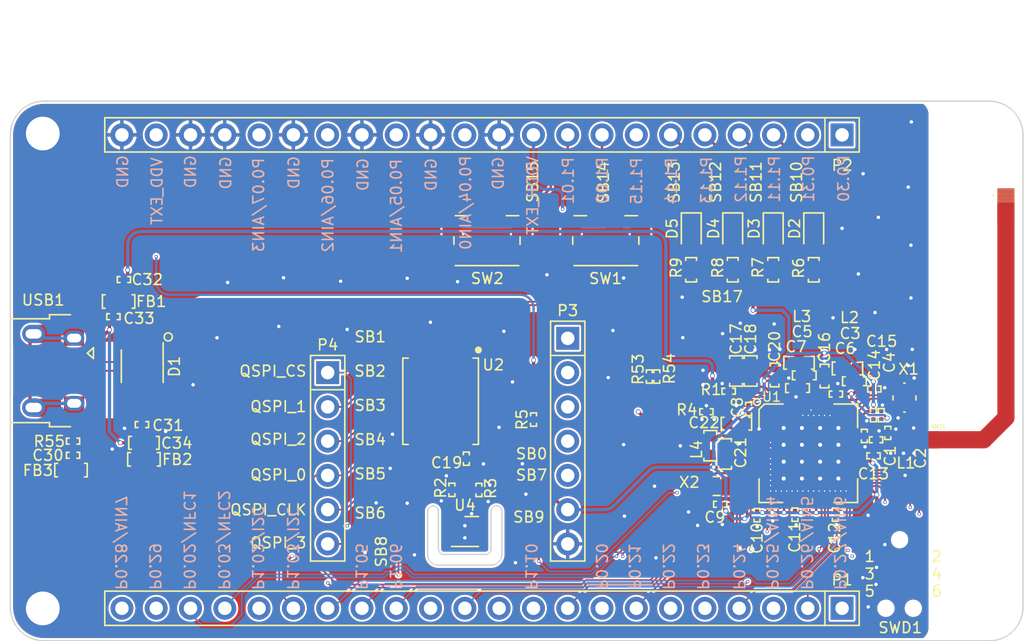
<source format=kicad_pcb>
(kicad_pcb (version 20211014) (generator pcbnew)
  (layers (0 "F.Cu" signal) (1 "In1.Cu" signal) (2 "In2.Cu" signal) (31 "B.Cu" signal) (34 "B.Paste" user) (35 "F.Paste" user) (36 "B.SilkS" user "B.Silkscreen") (37 "F.SilkS" user "F.Silkscreen") (38 "B.Mask" user) (39 "F.Mask" user) (44 "Edge.Cuts" user))
  (net 0 "")
  (net 1 "/Radio Sheet/M_A1")
  (net 2 "/Radio Sheet/DCC")
  (net 3 "/Radio Sheet/M_A31")
  (net 4 "/P0.03{slash}NFC2")
  (net 5 "/Radio Sheet/~{RESET}")
  (net 6 "/P0.29")
  (net 7 "/P0.12{slash}TRACECLK")
  (net 8 "/P0.11{slash}TRACEDATA_0")
  (net 9 "/P0.10{slash}TRACEDATA_1")
  (net 10 "/P0.09{slash}TRACEDATA_2")
  (net 11 "/P0.08{slash}TRACEDATA_3")
  (net 12 "/P0.28{slash}AIN7")
  (net 13 "/P0.27{slash}AIN6")
  (net 14 "/P0.26{slash}AIN5")
  (net 15 "/P0.25{slash}AIN4")
  (net 16 "/P0.24")
  (net 17 "/Radio Sheet/M_AL1")
  (net 18 "/P0.23")
  (net 19 "/P0.22")
  (net 20 "/P0.21")
  (net 21 "/Radio Sheet/M_AL31")
  (net 22 "/Radio Sheet/D_P")
  (net 23 "/Radio Sheet/D_N")
  (net 24 "/Radio Sheet/DCCD")
  (net 25 "/Radio Sheet/ANT")
  (net 26 "GND")
  (net 27 "/Radio Sheet/VBUS_NET")
  (net 28 "/Radio Sheet/DECA")
  (net 29 "/Radio Sheet/DECN")
  (net 30 "/Radio Sheet/DECR")
  (net 31 "VDD")
  (net 32 "/Radio Sheet/DCCH")
  (net 33 "/P0.02{slash}NFC1")
  (net 34 "/P1.00")
  (net 35 "/P0.20")
  (net 36 "/Radio Sheet/DECUSB")
  (net 37 "/Radio Sheet/XC2")
  (net 38 "/Radio Sheet/XC1")
  (net 39 "/RF")
  (net 40 "VBUS")
  (net 41 "/Radio Sheet/DECD")
  (net 42 "/Radio Sheet/XL1")
  (net 43 "/Radio Sheet/XL2")
  (net 44 "/P1.01")
  (net 45 "/SWDCLK")
  (net 46 "/P0.06{slash}AIN2")
  (net 47 "/VDDH")
  (net 48 "/P1.10")
  (net 49 "/P1.09")
  (net 50 "/P1.08")
  (net 51 "/P1.07")
  (net 52 "/P1.06")
  (net 53 "/P1.05")
  (net 54 "/P1.04")
  (net 55 "/P0.07{slash}AIN3")
  (net 56 "/P0.04{slash}AIN0")
  (net 57 "/SWDDIO")
  (net 58 "/P0.19")
  (net 59 "/P1.03{slash}I2C")
  (net 60 "/P1.02{slash}I2C")
  (net 61 "/P0.05{slash}AIN1")
  (net 62 "/P0.30")
  (net 63 "/P0.31")
  (net 64 "/P1.11")
  (net 65 "/P1.12")
  (net 66 "/P1.13")
  (net 67 "/P1.14")
  (net 68 "/P1.15")
  (net 69 "/P0.13{slash}QSPI_0")
  (net 70 "/P0.14{slash}QSPI_1")
  (net 71 "/P0.15{slash}QSPI_2")
  (net 72 "/P0.16{slash}QSPI_3")
  (net 73 "/P0.17{slash}QSPI_CLK")
  (net 74 "/P0.18{slash}QSPI_CS")
  (net 75 "/D*_P")
  (net 76 "/D*_N")
  (net 77 "/USB_GND")
  (net 79 "/VBUS_CONN")
  (net 80 "/SHIELD")
  (net 81 "/VDDH_EXT")
  (net 82 "/VDD_EXT")
  (net 83 "Net-(D2-Pad2)")
  (net 84 "Net-(D3-Pad2)")
  (net 85 "Net-(D4-Pad2)")
  (net 86 "Net-(D5-Pad2)")
  (footprint "MCU_Nordic_Accessory:C_0201" (layer "F.Cu") (at 73.77 74 -90)
    (fp_text reference "C19")
    (fp_text value "100nF" hide)
  )
  (footprint "MCU_Nordic_Accessory:C_0201" (layer "F.Cu") (at 95.3 78.19 -90)
    (fp_text reference "C10")
    (fp_text value "100nF" hide)
  )
  (footprint "MCU_Nordic_Accessory:C_0603" (layer "F.Cu") (at 93.75 67.5 90)
    (fp_text reference "C17")
    (fp_text value "4.7uF" hide)
  )
  (footprint "MCU_Nordic_Accessory:C_0201" (layer "F.Cu") (at 101.1 78.15 -90)
    (fp_text reference "C12")
    (fp_text value "100nF" hide)
  )
  (footprint "MCU_Nordic_Accessory:FB_0603" (layer "F.Cu") (at 48.015 62.35)
    (fp_text reference "FB1")
    (fp_text value "120R/0.55A" hide)
  )
  (footprint "MCU_Nordic_Accessory:R_0402" (layer "F.Cu") (at 99.5 60 -90)
    (fp_text reference "R6")
    (fp_text value "220" hide)
  )
  (footprint "MCU_Nordic_Accessory:FB_0603" (layer "F.Cu") (at 49.89 74.05)
    (fp_text reference "FB2")
    (fp_text value "120R/0.55A" hide)
  )
  (footprint "MCU_Nordic_Accessory:C_0201" (layer "F.Cu") (at 92.58 77.38 180)
    (fp_text reference "C9")
    (fp_text value "100nF" hide)
  )
  (footprint "MCU_Nordic_Accessory:MountingHole_2.5mm_Plated" (layer "F.Cu") (at 42.4 85.1)
    (fp_text reference "H2" hide)
    (fp_text value "MountingHole_Pad" hide)
  )
  (footprint "MCU_Nordic_Accessory:SB_PAD_SHORT" (layer "F.Cu") (at 99.5 53 90)
    (fp_text reference "SB10")
    (fp_text value "DNI" hide)
  )
  (footprint "MCU_Nordic_Accessory:C_0402" (layer "F.Cu") (at 96.6 67.8 90)
    (fp_text reference "C20")
    (fp_text value "1uF" hide)
  )
  (footprint "MCU_Nordic_Accessory:XTAL_32768Hz_2PIN" (layer "F.Cu") (at 92.310001 76.029998 180)
    (fp_text reference "X2")
    (fp_text value "Crystal" hide)
  )
  (footprint "MCU_Nordic_Accessory:MountingHole_2.5mm" (layer "F.Cu") (at 112.7 85.1)
    (fp_text reference "H4" hide)
    (fp_text value "MountingHole" hide)
  )
  (footprint "MCU_Nordic_Accessory:SB_PAD_SHORT" (layer "F.Cu") (at 66.66 76.24)
    (fp_text reference "SB5")
    (fp_text value "DNI" hide)
  )
  (footprint "MCU_Nordic_Accessory:PinHeader_1x022_P2.54mm_Vertical" (layer "F.Cu") (at 101.6 85.09 -90)
    (fp_text reference "P1")
    (fp_text value "Conn_01x22" hide)
  )
  (footprint "MCU_Nordic_Accessory:C_0201" (layer "F.Cu") (at 103.92 70.78 -90)
    (fp_text reference "C14")
    (fp_text value "100nF" hide)
  )
  (footprint "MCU_Nordic_Accessory:SB_PAD_SHORT" (layer "F.Cu") (at 66.66 71.16)
    (fp_text reference "SB3")
    (fp_text value "DNI" hide)
  )
  (footprint "LED_SMD:LED_0603_1608Metric" (layer "F.Cu") (at 96.5 57.27 -90)
    (fp_text reference "D3")
    (fp_text value "LED" hide)
  )
  (footprint "MCU_Nordic_Accessory:C_0201" (layer "F.Cu") (at 104.99 72.09 90)
    (fp_text reference "C2")
    (fp_text value "N/C" hide)
  )
  (footprint "LED_SMD:LED_0603_1608Metric" (layer "F.Cu") (at 99.5 57.27 -90)
    (fp_text reference "D2")
    (fp_text value "LED" hide)
  )
  (footprint "MCU_Nordic_Accessory:SB_PAD_SHORT" (layer "F.Cu") (at 90.43 53 90)
    (fp_text reference "SB13")
    (fp_text value "DNI" hide)
  )
  (footprint "MCU_Nordic_Accessory:C_0201" (layer "F.Cu") (at 48.4065 60.725 180)
    (fp_text reference "C32")
    (fp_text value "100nF" hide)
  )
  (footprint "MCU_Nordic_Accessory:C_0201" (layer "F.Cu") (at 44.64 73.75 180)
    (fp_text reference "C30")
    (fp_text value "10nF" hide)
  )
  (footprint "MCU_Nordic_Accessory:SB_PAD_SHORT" (layer "F.Cu") (at 76.63 75.17)
    (fp_text reference "SB7")
    (fp_text value "DNI" hide)
  )
  (footprint "MCU_Nordic_Accessory:L_0603" (layer "F.Cu") (at 91.84 73.04 -90)
    (fp_text reference "L4")
    (fp_text value "10uH" hide)
  )
  (footprint "MCU_Nordic_Accessory:SB_PAD_SHORT" (layer "F.Cu") (at 76.63 73.65 180)
    (fp_text reference "SB0")
    (fp_text value "DNI" hide)
  )
  (footprint "MCU_Nordic_Accessory:R_0201" (layer "F.Cu") (at 87.88 67.913479 -90)
    (fp_text reference "R54")
    (fp_text value "0" hide)
  )
  (footprint "MCU_Nordic_Accessory:SOT-143" (layer "F.Cu") (at 49.765 67.15 -90)
    (fp_text reference "D1")
    (fp_text value "PRTR5V0U2X" hide)
  )
  (footprint "MCU_Nordic_Accessory:XTAL_32M_4PIN" (layer "F.Cu") (at 106.22 69.5 180)
    (fp_text reference "X1")
    (fp_text value "Crystal_GND24" hide)
  )
  (footprint "MCU_Nordic_Accessory:SB_PAD_SHORT" (layer "F.Cu") (at 66.66 79.14)
    (fp_text reference "SB6")
    (fp_text value "DNI" hide)
  )
  (footprint "MCU_Nordic_Accessory:C_0402" (layer "F.Cu") (at 102.51 68.26 180)
    (fp_text reference "C3")
    (fp_text value "1uF" hide)
  )
  (footprint "MCU_Nordic_Accessory:C_0201" (layer "F.Cu") (at 103.99 68.84)
    (fp_text reference "C15")
    (fp_text value "100nF" hide)
  )
  (footprint "MCU_Nordic_Accessory:L_0603" (layer "F.Cu") (at 98.41 66.89 180)
    (fp_text reference "L3")
    (fp_text value "10uH" hide)
  )
  (footprint "MCU_Nordic_Accessory:R_0201" (layer "F.Cu") (at 44.64 72.7 180)
    (fp_text reference "R55")
    (fp_text value "10K" hide)
  )
  (footprint "MCU_Nordic_Accessory:R_0402" (layer "F.Cu") (at 93.5 60 -90)
    (fp_text reference "R8")
    (fp_text value "220" hide)
  )
  (footprint "MCU_Nordic_Accessory:MountingHole_2.5mm_Plated" (layer "F.Cu") (at 42.4 49.9)
    (fp_text reference "H1" hide)
    (fp_text value "MountingHole_Pad" hide)
  )
  (footprint "MCU_Nordic_Accessory:C_0402" (layer "F.Cu") (at 100.3 67.875 90)
    (fp_text reference "C16")
    (fp_text value "1uF" hide)
  )
  (footprint "MCU_Nordic_Accessory:SB_PAD_SHORT" (layer "F.Cu") (at 68.74 80.89 90)
    (fp_text reference "SB8")
    (fp_text value "DNI" hide)
  )
  (footprint "MCU_Nordic_Accessory:C_0201" (layer "F.Cu") (at 49.74 71.475)
    (fp_text reference "C31")
    (fp_text value "10nF" hide)
  )
  (footprint "MCU_Nordic_Accessory:FB_0603" (layer "F.Cu") (at 44.49 74.85 180)
    (fp_text reference "FB3")
    (fp_text value "120R/0.55A" hide)
  )
  (footprint "MCU_Nordic_Accessory:SOP-8_3.9x4.9mm_P1.27mm" (layer "F.Cu") (at 71.865 69.745 -90)
    (fp_text reference "U2")
    (fp_text value "MX25R6435F")
  )
  (footprint "MCU_Nordic_Accessory:MountingHole_2.5mm" (layer "F.Cu") (at 112.6 49.9)
    (fp_text reference "H3" hide)
    (fp_text value "MountingHole" hide)
  )
  (footprint "MCU_Nordic_Accessory:L_0603" (layer "F.Cu") (at 102 67.31 180)
    (fp_text reference "L2")
    (fp_text value "10uH" hide)
  )
  (footprint "MCU_Nordic_Accessory:C_0201" (layer "F.Cu") (at 98.11 78.15 -90)
    (fp_text reference "C11")
    (fp_text value "100nF" hide)
  )
  (footprint "MCU_Nordic_Accessory:C_0603" (layer "F.Cu") (at 94.825 67.5 90)
    (fp_text reference "C18")
    (fp_text value "4.7uF" hide)
  )
  (footprint "MCU_Nordic_Accessory:SB_PAD_SHORT" (layer "F.Cu") (at 85.25 53 90)
    (fp_text reference "SB14")
    (fp_text value "DNI" hide)
  )
  (footprint "MCU_Nordic_Accessory:SB_PAD_SHORT" (layer "F.Cu") (at 66.65 68.62)
    (fp_text reference "SB2")
    (fp_text value "DNI" hide)
  )
  (footprint "MCU_Nordic_Accessory:C_0603" (layer "F.Cu") (at 49.89 72.825)
    (fp_text reference "C34")
    (fp_text value "1uF" hide)
  )
  (footprint "MCU_Nordic_Accessory:C_0603" (layer "F.Cu") (at 93.775 71.41 180)
    (fp_text reference "C22")
    (fp_text value "4.7uF" hide)
  )
  (footprint "MCU_Nordic_Accessory:SB_PAD_SHORT" (layer "F.Cu") (at 66.66 66.08)
    (fp_text reference "SB1")
    (fp_text value "DNI" hide)
  )
  (footprint "Button_Switch_SMD:Panasonic_EVQPUK_EVQPUB" (layer "F.Cu") (at 84.1 57.84)
    (fp_text reference "SW1")
    (fp_text value "SW_Push" hide)
  )
  (footprint "LED_SMD:LED_0603_1608Metric" (layer "F.Cu") (at 90.43 57.27 -90)
    (fp_text reference "D5")
    (fp_text value "LED" hide)
  )
  (footprint "MCU_Nordic_Accessory:C_0201" (layer "F.Cu") (at 103.25 72.315 90)
    (fp_text reference "C1")
    (fp_text value "0.7pF" hide)
  )
  (footprint "MCU_Nordic_Accessory:R_0201" (layer "F.Cu") (at 74.7 76.32 -90)
    (fp_text reference "R3")
    (fp_text value "10K" hide)
  )
  (footprint "MCU_Nordic_Accessory:SB_PAD_SHORT" (layer "F.Cu") (at 66.66 73.7)
    (fp_text reference "SB4")
    (fp_text value "DNI" hide)
  )
  (footprint "MCU_Nordic_Accessory:C_0402" (layer "F.Cu") (at 98.3 68.77 180)
    (fp_text reference "C7")
    (fp_text value "1uF" hide)
  )
  (footprint "MCU_Nordic_Accessory:R_0201" (layer "F.Cu") (at 87.32 67.913479 -90)
    (fp_text reference "R53")
    (fp_text value "0" hide)
  )
  (footprint "MCU_Nordic_Accessory:C_0201" (layer "F.Cu") (at 101.14 69.21)
    (fp_text reference "C6")
    (fp_text value "100nF" hide)
  )
  (footprint "MCU_Nordic_Accessory:L_0201" (layer "F.Cu") (at 104.12 72.6)
    (fp_text reference "L1")
    (fp_text value "L" hide)
  )
  (footprint "MCU_Nordic_Accessory:C_0201" (layer "F.Cu") (at 94.68 70.32 90)
    (fp_text reference "C8")
    (fp_text value "100nF" hide)
  )
  (footprint "MCU_Nordic_Accessory:Sensirion_DFN-4-1EP_2x2mm_P1mm_EP0.7x1.6mm" (layer "F.Cu") (at 73.67 79.4)
    (fp_text reference "U4")
    (fp_text value "SHTC3" hide)
  )
  (footprint "MCU_Nordic_Accessory:PinHeader_1x07_P2.54mm_Vertical" (layer "F.Cu") (at 81.28 65.080007)
    (fp_text reference "P3")
    (fp_text value "Conn_01x07" hide)
  )
  (footprint "MCU_Nordic_Accessory:R_0402" (layer "F.Cu") (at 96.5 60 -90)
    (fp_text reference "R7")
    (fp_text value "220" hide)
  )
  (footprint "MCU_Nordic_Accessory:R_0201" (layer "F.Cu") (at 93.2 69)
    (fp_text reference "R1")
    (fp_text value "2R2" hide)
  )
  (footprint "MCU_Nordic_Accessory:R_0402" (layer "F.Cu") (at 90.42 60 -90)
    (fp_text reference "R9")
    (fp_text value "220" hide)
  )
  (footprint "MCU_Nordic_Accessory:SB_PAD_SHORT" (layer "F.Cu") (at 80.02 52.99 90)
    (fp_text reference "SB15")
    (fp_text value "DNI" hide)
  )
  (footprint "MCU_Nordic_Accessory:SB_PAD_SHORT" (layer "F.Cu") (at 78.4 79.6)
    (fp_text reference "SB9")
    (fp_text value "DNI" hide)
  )
  (footprint "MCU_Nordic_Accessory:R_0201" (layer "F.Cu") (at 91.55 70.52)
    (fp_text reference "R4")
    (fp_text value "0" hide)
  )
  (footprint "MCU_Nordic_Accessory:C_0603" (layer "F.Cu") (at 92.93 73.65 90)
    (fp_text reference "C21")
    (fp_text value "2.2uF" hide)
  )
  (footprint "MCU_Nordic_Accessory:PinHeader_1x022_P2.54mm_Vertical" (layer "F.Cu") (at 101.6 50 -90)
    (fp_text reference "P2")
    (fp_text value "Conn_01x22" hide)
  )
  (footprint "MCU_Nordic_Accessory:R_0201" (layer "F.Cu") (at 78.75 71.1 -90)
    (fp_text reference "R5")
    (fp_text value "0" hide)
  )
  (footprint "MCU_Nordic_Accessory:R_0201" (layer "F.Cu") (at 72.7 76.31 -90)
    (fp_text reference "R2")
    (fp_text value "10K" hide)
  )
  (footprint "MCU_Nordic_Accessory:C_0201" (layer "F.Cu") (at 103.93 73.79)
    (fp_text reference "C13")
    (fp_text value "100nF" hide)
  )
  (footprint "MCU_Nordic_Accessory:C_0201" (layer "F.Cu") (at 47.627 63.475)
    (fp_text reference "C33")
    (fp_text value "100nF" hide)
  )
  (footprint "Button_Switch_SMD:Panasonic_EVQPUK_EVQPUB" (layer "F.Cu") (at 75.3 57.84)
    (fp_text reference "SW2")
    (fp_text value "SW_Push" hide)
  )
  (footprint "MCU_Nordic_Accessory:PinHeader_1x06_P2.54mm_Vertical" (layer "F.Cu") (at 63.5 67.620007)
    (fp_text reference "P4")
    (fp_text value "Conn_01x06" hide)
  )
  (footprint "MCU_Nordic_Accessory:TC2030-IDC-NL" (layer "F.Cu") (at 105.86 82.55 -90)
    (fp_text reference "SWD1")
    (fp_text value "Conn_02x03_Odd_Even" hide)
  )
  (footprint "MCU_Nordic_Custom:Nordic-AQFN-1EP_7x7mm_P0.4mm" (layer "F.Cu") (at 99.1 73.6)
    (fp_text reference "U1")
    (fp_text value "nRF5340-QKAA")
  )
  (footprint "MCU_Nordic_Accessory:C_0201" (layer "F.Cu") (at 104.5 70.775 90)
    (fp_text reference "C4")
    (fp_text value "2.2nF" hide)
  )
  (footprint "MCU_Nordic_Accessory:C_0402" (layer "F.Cu") (at 98.8 67.825 180)
    (fp_text reference "C5")
    (fp_text value "1uF" hide)
  )
  (footprint "MCU_Nordic_Accessory:ANTENNA_L_2_4GHZ" (layer "F.Cu") (at 108 72.6 90)
    (fp_text reference "ANT1")
    (fp_text value "Antenna_L" hide)
  )
  (footprint "MCU_Nordic_Accessory:SB_PAD_SHORT" (layer "F.Cu") (at 95 61.89 90)
    (fp_text reference "SB17")
    (fp_text value "DNI" hide)
  )
  (footprint "LED_SMD:LED_0603_1608Metric" (layer "F.Cu") (at 93.5 57.27 -90)
    (fp_text reference "D4")
    (fp_text value "LED" hide)
  )
  (footprint "MCU_Nordic_Accessory:SB_PAD_SHORT" (layer "F.Cu") (at 93.5 53 90)
    (fp_text reference "SB12")
    (fp_text value "DNI" hide)
  )
  (footprint "MCU_Nordic_Accessory:SB_PAD_SHORT" (layer "F.Cu") (at 96.5 53 90)
    (fp_text reference "SB11")
    (fp_text value "DNI" hide)
  )
  (footprint "Connector_USB:USB_Micro-B_Amphenol_10103594-0001LF_Horizontal" (layer "F.Cu") (at 42.835 67.505 -90)
    (fp_text reference "USB1")
    (fp_text value "USB_B_Micro")
  )
  (gr_arc (start 72.1 81.1) (mid 71.817157 80.982843) (end 71.7 80.7) (layer "Edge.Cuts") (width 0.1))
  (gr_arc (start 40 50) (mid 40.732233 48.232233) (end 42.5 47.5) (layer "Edge.Cuts") (width 0.1))
  (gr_line (start 75.6 77.9) (end 75.6 80.7) (layer "Edge.Cuts") (width 0.1))
  (gr_line (start 115 50) (end 115 85) (layer "Edge.Cuts") (width 0.1))
  (gr_line (start 71.7 80.7) (end 71.7 77.9) (layer "Edge.Cuts") (width 0.1))
  (gr_line (start 70.9 77.9) (end 70.9 81.1) (layer "Edge.Cuts") (width 0.1))
  (gr_arc (start 76.4 81.1) (mid 76.165685 81.665685) (end 75.6 81.9) (layer "Edge.Cuts") (width 0.1))
  (gr_line (start 75.2 81.1) (end 72.1 81.1) (layer "Edge.Cuts") (width 0.1))
  (gr_arc (start 71.7 81.9) (mid 71.134315 81.665685) (end 70.9 81.1) (layer "Edge.Cuts") (width 0.1))
  (gr_line (start 40 85) (end 40 50) (layer "Edge.Cuts") (width 0.1))
  (gr_line (start 42.5 47.5) (end 112.5 47.5) (layer "Edge.Cuts") (width 0.1))
  (gr_arc (start 115 85) (mid 114.267767 86.767767) (end 112.5 87.5) (layer "Edge.Cuts") (width 0.1))
  (gr_arc (start 112.5 47.5) (mid 114.267767 48.232233) (end 115 50) (layer "Edge.Cuts") (width 0.1))
  (gr_arc (start 75.6 80.7) (mid 75.482843 80.982843) (end 75.2 81.1) (layer "Edge.Cuts") (width 0.1))
  (gr_line (start 112.5 87.5) (end 42.5 87.5) (layer "Edge.Cuts") (width 0.1))
  (gr_arc (start 42.5 87.5) (mid 40.732233 86.767767) (end 40 85) (layer "Edge.Cuts") (width 0.1))
  (gr_line (start 76.4 81.1) (end 76.4 77.9) (layer "Edge.Cuts") (width 0.1))
  (gr_arc (start 70.9 77.9) (mid 71.3 77.5) (end 71.7 77.9) (layer "Edge.Cuts") (width 0.1))
  (gr_arc (start 75.6 77.9) (mid 76 77.5) (end 76.4 77.9) (layer "Edge.Cuts") (width 0.1))
  (gr_line (start 71.7 81.9) (end 75.6 81.9) (layer "Edge.Cuts") (width 0.1))
  (gr_text "P0.23" (at 91.27 83.81 270) (layer "B.SilkS") (effects (font (size 0.8 0.8) (thickness 0.12)) (justify left mirror)))
  (gr_text "GND" (at 71.16 54.24 90) (layer "B.SilkS") (effects (font (size 0.8 0.8) (thickness 0.12)) (justify right mirror)))
  (gr_text "P0.27/AIN6" (at 101.42 83.81 270) (layer "B.SilkS") (effects (font (size 0.8 0.8) (thickness 0.12)) (justify left mirror)))
  (gr_text "P0.07/AIN3" (at 58.39 51.63 90) (layer "B.SilkS") (effects (font (size 0.8 0.8) (thickness 0.12)) (justify left mirror)))
  (gr_text "P0.02/NFC1" (at 53.24 83.81 270) (layer "B.SilkS") (effects (font (size 0.8 0.8) (thickness 0.12)) (justify left mirror)))
  (gr_text "GND" (at 55.95 54.12 90) (layer "B.SilkS") (effects (font (size 0.8 0.8) (thickness 0.12)) (justify right mirror)))
  (gr_text "P1.15" (at 86.38 51.61 90) (layer "B.SilkS") (effects (font (size 0.8 0.8) (thickness 0.12)) (justify left mirror)))
  (gr_text "VDD_EXT" (at 50.86 51.59 90) (layer "B.SilkS") (effects (font (size 0.8 0.8) (thickness 0.12)) (justify left mirror)))
  (gr_text "P0.31" (at 99.12 51.45 90) (layer "B.SilkS") (effects (font (size 0.8 0.8) (thickness 0.12)) (justify left mirror)))
  (gr_text "GND" (at 61 54.09 90) (layer "B.SilkS") (effects (font (size 0.8 0.8) (thickness 0.12)) (justify right mirror)))
  (gr_text "P1.05" (at 65.98 83.81 270) (layer "B.SilkS") (effects (font (size 0.8 0.8) (thickness 0.12)) (justify left mirror)))
  (gr_text "GND" (at 76.13 54.15 90) (layer "B.SilkS") (effects (font (size 0.8 0.8) (thickness 0.12)) (justify right mirror)))
  (gr_text "GND" (at 66.11 54.24 90) (layer "B.SilkS") (effects (font (size 0.8 0.8) (thickness 0.12)) (justify right mirror)))
  (gr_text "P1.12" (at 94.12 51.47 90) (layer "B.SilkS") (effects (font (size 0.8 0.8) (thickness 0.12)) (justify left mirror)))
  (gr_text "P0.26/AIN5" (at 98.97 83.81 270) (layer "B.SilkS") (effects (font (size 0.8 0.8) (thickness 0.12)) (justify left mirror)))
  (gr_text "P0.22" (at 88.73 83.81 270) (layer "B.SilkS") (effects (font (size 0.8 0.8) (thickness 0.12)) (justify left mirror)))
  (gr_text "P0.21" (at 86.21 83.81 270) (layer "B.SilkS") (effects (font (size 0.8 0.8) (thickness 0.12)) (justify left mirror)))
  (gr_text "P0.06/AIN2" (at 63.52 51.65 90) (layer "B.SilkS") (effects (font (size 0.8 0.8) (thickness 0.12)) (justify left mirror)))
  (gr_text "P0.20" (at 83.78 83.81 270) (layer "B.SilkS") (effects (font (size 0.8 0.8) (thickness 0.12)) (justify left mirror)))
  (gr_text "P1.14" (at 88.96 51.61 90) (layer "B.SilkS") (effects (font (size 0.8 0.8) (thickness 0.12)) (justify left mirror)))
  (gr_text "P0.30" (at 101.72 51.43 90) (layer "B.SilkS") (effects (font (size 0.8 0.8) (thickness 0.12)) (justify left mirror)))
  (gr_text "P1.13" (at 91.57 51.55 90) (layer "B.SilkS") (effects (font (size 0.8 0.8) (thickness 0.12)) (justify left mirror)))
  (gr_text "P1.01" (at 81.32 51.58 90) (layer "B.SilkS") (effects (font (size 0.8 0.8) (thickness 0.12)) (justify left mirror)))
  (gr_text "P0.03/NFC2" (at 55.8 83.81 270) (layer "B.SilkS") (effects (font (size 0.8 0.8) (thickness 0.12)) (justify left mirror)))
  (gr_text "P0.05/AIN1" (at 68.59 51.71 90) (layer "B.SilkS") (effects (font (size 0.8 0.8) (thickness 0.12)) (justify left mirror)))
  (gr_text "P1.00" (at 83.85 51.58 90) (layer "B.SilkS") (effects (font (size 0.8 0.8) (thickness 0.12)) (justify left mirror)))
  (gr_text "VDDH_EXT" (at 78.69 51.5 90) (layer "B.SilkS") (effects (font (size 0.8 0.8) (thickness 0.12)) (justify left mirror)))
  (gr_text "GND" (at 48.32 54.03 90) (layer "B.SilkS") (effects (font (size 0.8 0.8) (thickness 0.12)) (justify right mirror)))
  (gr_text "P0.24" (at 93.95 83.81 270) (layer "B.SilkS") (effects (font (size 0.8 0.8) (thickness 0.12)) (justify left mirror)))
  (gr_text "P1.02/I2C" (at 58.31 83.81 270) (layer "B.SilkS") (effects (font (size 0.8 0.8) (thickness 0.12)) (justify left mirror)))
  (gr_text "P0.28/AIN7" (at 48.17 83.81 270) (layer "B.SilkS") (effects (font (size 0.8 0.8) (thickness 0.12)) (justify left mirror)))
  (gr_text "P0.04/AIN0" (at 73.72 51.47 90) (layer "B.SilkS") (effects (font (size 0.8 0.8) (thickness 0.12)) (justify left mirror)))
  (gr_text "P1.10" (at 78.56 83.81 270) (layer "B.SilkS") (effects (font (size 0.8 0.8) (thickness 0.12)) (justify left mirror)))
  (gr_text "P0.29" (at 50.7 83.81 270) (layer "B.SilkS") (effects (font (size 0.8 0.8) (thickness 0.12)) (justify left mirror)))
  (gr_text "GND" (at 53.34 54.03 90) (layer "B.SilkS") (effects (font (size 0.8 0.8) (thickness 0.12)) (justify right mirror)))
  (gr_text "P1.03/I2C" (at 60.9 83.81 270) (layer "B.SilkS") (effects (font (size 0.8 0.8) (thickness 0.12)) (justify left mirror)))
  (gr_text "P1.11" (at 96.59 51.47 90) (layer "B.SilkS") (effects (font (size 0.8 0.8) (thickness 0.12)) (justify left mirror)))
  (gr_text "P0.25/AIN4" (at 96.41 83.81 270) (layer "B.SilkS") (effects (font (size 0.8 0.8) (thickness 0.12)) (justify left mirror)))
  (gr_text "P1.06" (at 68.52 83.81 270) (layer "B.SilkS") (effects (font (size 0.8 0.8) (thickness 0.12)) (justify left mirror)))
  (gr_text "QSPI_0" (at 62 75.2) (layer "F.SilkS") (effects (font (size 0.8 0.8) (thickness 0.12)) (justify right)))
  (gr_text "QSPI_3" (at 62 80.24) (layer "F.SilkS") (effects (font (size 0.8 0.8) (thickness 0.12)) (justify right)))
  (gr_text "QSPI_CLK" (at 62 77.79) (layer "F.SilkS") (effects (font (size 0.8 0.8) (thickness 0.12)) (justify right)))
  (gr_text "5" (at 103.65 83.82) (layer "F.SilkS") (effects (font (size 0.8 0.8) (thickness 0.12))))
  (gr_text "4" (at 108.15 82.55) (layer "F.SilkS") (effects (font (size 0.8 0.8) (thickness 0.12)) (justify left)))
  (gr_text "QSPI_CS" (at 62 67.51) (layer "F.SilkS") (effects (font (size 0.8 0.8) (thickness 0.12)) (justify right)))
  (gr_text "QSPI_2" (at 62 72.56) (layer "F.SilkS") (effects (font (size 0.8 0.8) (thickness 0.12)) (justify right)))
  (gr_text "QSPI_1" (at 62 70.14) (layer "F.SilkS") (effects (font (size 0.8 0.8) (thickness 0.12)) (justify right)))
  (segment (start 100.85 67.785) (end 101.325 67.31) (width 0.1778) (layer "F.Cu") (net 2))
  (segment (start 100.85 68.65) (end 100.85 67.785) (width 0.1778) (layer "F.Cu") (net 2))
  (segment (start 100.1 69.4) (end 100.85 68.65) (width 0.1778) (layer "F.Cu") (net 2))
  (segment (start 100.1 70.4) (end 100.1 69.4) (width 0.1778) (layer "F.Cu") (net 2))
  (segment (start 85.35 81.25) (end 85.35 81.05261) (width 0.127) (layer "F.Cu") (net 4))
  (segment (start 94.04 77.57261) (end 94.304571 77.308039) (width 0.127) (layer "F.Cu") (net 4))
  (segment (start 95.79 74.6) (end 95.9 74.6) (width 0.127) (layer "F.Cu") (net 4))
  (segment (start 94.04 79.91261) (end 94.04 77.57261) (width 0.127) (layer "F.Cu") (net 4))
  (segment (start 85.69449 80.70812) (end 93.24449 80.70812) (width 0.127) (layer "F.Cu") (net 4))
  (segment (start 94.304571 77.308039) (end 94.304571 76.085429) (width 0.127) (layer "F.Cu") (net 4))
  (segment (start 85.35 81.05261) (end 85.69449 80.70812) (width 0.127) (layer "F.Cu") (net 4))
  (segment (start 94.304571 76.085429) (end 95.79 74.6) (width 0.127) (layer "F.Cu") (net 4))
  (segment (start 93.24449 80.70812) (end 94.04 79.91261) (width 0.127) (layer "F.Cu") (net 4))
  (via (at 85.35 81.25) (size 0.254) (drill 0.1524) (layers "F.Cu" "B.Cu") (net 4))
  (segment (start 67.80551 82.36188) (end 67.58799 82.5794) (width 0.127) (layer "B.Cu") (net 4))
  (segment (start 55.88 84.98739) (end 55.88 85.000008) (width 0.127) (layer "B.Cu") (net 4))
  (segment (start 85.35 81.09) (end 85.2 80.94) (width 0.127) (layer "B.Cu") (net 4))
  (segment (start 58.28799 82.5794) (end 55.88 84.98739) (width 0.127) (layer "B.Cu") (net 4))
  (segment (start 83.0506 82.5794) (end 69.825705 82.5794) (width 0.127) (layer "B.Cu") (net 4))
  (segment (start 85.2 80.94) (end 84.69 80.94) (width 0.127) (layer "B.Cu") (net 4))
  (segment (start 69.236305 81.99) (end 68.63 81.99) (width 0.127) (layer "B.Cu") (net 4))
  (segment (start 68.25812 82.36188) (end 67.80551 82.36188) (width 0.127) (layer "B.Cu") (net 4))
  (segment (start 85.35 81.25) (end 85.35 81.09) (width 0.127) (layer "B.Cu") (net 4))
  (segment (start 69.825705 82.5794) (end 69.236305 81.99) (width 0.127) (layer "B.Cu") (net 4))
  (segment (start 68.63 81.99) (end 68.25812 82.36188) (width 0.127) (layer "B.Cu") (net 4))
  (segment (start 67.58799 82.5794) (end 58.28799 82.5794) (width 0.127) (layer "B.Cu") (net 4))
  (segment (start 84.69 80.94) (end 83.0506 82.5794) (width 0.127) (layer "B.Cu") (net 4))
  (segment (start 106.495 80.83) (end 106.9 80.425) (width 0.127) (layer "F.Cu") (net 5))
  (segment (start 106.495 81.28) (end 106.495 80.83) (width 0.127) (layer "F.Cu") (net 5))
  (segment (start 103.10188 75.80188) (end 102.3 75) (width 0.127) (layer "F.Cu") (net 5))
  (segment (start 106.9 80.425) (end 106.9 79.79) (width 0.127) (layer "F.Cu") (net 5))
  (segment (start 105.30188 78.19188) (end 105.30188 76.6871) (width 0.127) (layer "F.Cu") (net 5))
  (segment (start 104.41666 75.80188) (end 103.10188 75.80188) (width 0.127) (layer "F.Cu") (net 5))
  (segment (start 105.30188 76.6871) (end 104.41666 75.80188) (width 0.127) (layer "F.Cu") (net 5))
  (segment (start 106.9 79.79) (end 105.30188 78.19188) (width 0.127) (layer "F.Cu") (net 5))
  (segment (start 106.65 77.6) (end 106.65 77.06739) (width 0.127) (layer "F.Cu") (net 6))
  (segment (start 106.65 77.06739) (end 104.66333 75.08072) (width 0.127) (layer "F.Cu") (net 6))
  (segment (start 103.58072 75.08072) (end 102.3 73.8) (width 0.127) (layer "F.Cu") (net 6))
  (segment (start 104.66333 75.08072) (end 103.58072 75.08072) (width 0.127) (layer "F.Cu") (net 6))
  (via (at 106.65 77.6) (size 0.254) (drill 0.1524) (layers "F.Cu" "B.Cu") (net 6))
  (via micro (at 97.100009 76.4) (size 0.1524) (drill 0.1016) (layers "F.Cu" "In1.Cu") (net 7))
  (via micro (at 96.70001 76.4) (size 0.1524) (drill 0.1016) (layers "F.Cu" "In1.Cu") (net 8))
  (via micro (at 96.300011 76.4) (size 0.1524) (drill 0.1016) (layers "F.Cu" "In1.Cu") (net 9))
  (segment (start 95.9 76.2) (end 95.9 76.284361) (width 0.127) (layer "F.Cu") (net 10))
  (segment (start 96.05 79.41) (end 96.05 77.490017) (width 0.127) (layer "F.Cu") (net 10))
  (segment (start 95.535389 76.648972) (end 95.535389 76.975389) (width 0.127) (layer "F.Cu") (net 10))
  (segment (start 96.05 77.490017) (end 96.039991 77.480008) (width 0.127) (layer "F.Cu") (net 10))
  (segment (start 95.9 76.284361) (end 95.535389 76.648972) (width 0.127) (layer "F.Cu") (net 10))
  (segment (start 95.535389 76.975389) (end 96.04 77.48) (width 0.127) (layer "F.Cu") (net 10))
  (via (at 96.05 79.41) (size 0.254) (drill 0.1524) (layers "F.Cu" "B.Cu") (net 10))
  (via micro (at 96.300011 76) (size 0.1524) (drill 0.1016) (layers "F.Cu" "In1.Cu") (net 11))
  (segment (start 102.93 76.03) (end 102.3 75.4) (width 0.127) (layer "F.Cu") (net 12))
  (segment (start 104.78 77.22) (end 104.78 76.48783) (width 0.127) (layer "F.Cu") (net 12))
  (segment (start 104.78 76.48783) (end 104.32217 76.03) (width 0.127) (layer "F.Cu") (net 12))
  (segment (start 104.32217 76.03) (end 102.93 76.03) (width 0.127) (layer "F.Cu") (net 12))
  (via (at 104.78 77.22) (size 0.254) (drill 0.1524) (layers "F.Cu" "B.Cu") (net 12))
  (via micro (at 101.899999 76.4) (size 0.1524) (drill 0.1016) (layers "F.Cu" "In1.Cu") (net 13))
  (segment (start 102.17812 79.90188) (end 102.17812 77.27812) (width 0.127) (layer "F.Cu") (net 14))
  (segment (start 99.06 85) (end 99.06 83.02) (width 0.127) (layer "F.Cu") (net 14))
  (segment (start 102.17812 77.27812) (end 101.7 76.8) (width 0.127) (layer "F.Cu") (net 14))
  (segment (start 99.06 83.02) (end 102.17812 79.90188) (width 0.127) (layer "F.Cu") (net 14))
  (via micro (at 101.5 76.4) (size 0.1524) (drill 0.1016) (layers "F.Cu" "In1.Cu") (net 15))
  (segment (start 101.95 77.45) (end 101.3 76.8) (width 0.127) (layer "F.Cu") (net 16))
  (segment (start 101.95 79.80739) (end 101.95 77.45) (width 0.127) (layer "F.Cu") (net 16))
  (segment (start 98.03739 83.72) (end 101.95 79.80739) (width 0.127) (layer "F.Cu") (net 16))
  (segment (start 95.26 83.72) (end 98.03739 83.72) (width 0.127) (layer "F.Cu") (net 16))
  (segment (start 93.98 85) (end 95.26 83.72) (width 0.127) (layer "F.Cu") (net 16))
  (via micro (at 99.900003 76.4) (size 0.1524) (drill 0.1016) (layers "F.Cu" "In1.Cu") (net 18))
  (via micro (at 99.5 76.4) (size 0.1524) (drill 0.1016) (layers "F.Cu" "In1.Cu") (net 19))
  (segment (start 89.04 82.32) (end 96.40261 82.32) (width 0.127) (layer "F.Cu") (net 20))
  (segment (start 98.9 77.068532) (end 98.9 76.8) (width 0.127) (layer "F.Cu") (net 20))
  (segment (start 96.40261 82.32) (end 99.207631 79.514979) (width 0.127) (layer "F.Cu") (net 20))
  (segment (start 86.36 85) (end 89.04 82.32) (width 0.127) (layer "F.Cu") (net 20))
  (segment (start 99.207631 79.514979) (end 99.207631 77.376163) (width 0.127) (layer "F.Cu") (net 20))
  (segment (start 99.207631 77.376163) (end 98.9 77.068532) (width 0.127) (layer "F.Cu") (net 20))
  (segment (start 87.49 69.1928) (end 87.49 68.472032) (width 0.127) (layer "F.Cu") (net 22))
  (segment (start 87.416776 68.295255) (end 87.32 68.198479) (width 0.127) (layer "F.Cu") (net 22))
  (segment (start 96.3 70.8) (end 96.3 70.363553) (width 0.127) (layer "F.Cu") (net 22))
  (segment (start 95.586447 69.65) (end 87.9472 69.65) (width 0.127) (layer "F.Cu") (net 22))
  (segment (start 96.226776 70.186776) (end 95.763223 69.723223) (width 0.127) (layer "F.Cu") (net 22))
  (arc (start 87.49 68.472032) (mid 87.47097 68.376361) (end 87.416776 68.295255) (width 0.127) (layer "F.Cu") (net 22))
  (arc (start 95.586447 69.65) (mid 95.682118 69.66903) (end 95.763223 69.723223) (width 0.127) (layer "F.Cu") (net 22))
  (arc (start 96.3 70.363553) (mid 96.28097 70.267882) (end 96.226776 70.186776) (width 0.127) (layer "F.Cu") (net 22))
  (arc (start 87.9472 69.65) (mid 87.623911 69.516089) (end 87.49 69.1928) (width 0.127) (layer "F.Cu") (net 22))
  (segment (start 87.71812 69.16788) (end 87.71812 68.463912) (width 0.127) (layer "F.Cu") (net 23))
  (segment (start 96.58 70.576447) (end 96.58 70.262085) (width 0.127) (layer "F.Cu") (net 23))
  (segment (start 96.506776 70.085308) (end 95.916571 69.495103) (width 0.127) (layer "F.Cu") (net 23))
  (segment (start 95.739795 69.42188) (end 87.97212 69.42188) (width 0.127) (layer "F.Cu") (net 23))
  (segment (start 87.791344 68.287135) (end 87.88 68.198479) (width 0.127) (layer "F.Cu") (net 23))
  (segment (start 96.7 70.8) (end 96.653223 70.753223) (width 0.127) (layer "F.Cu") (net 23))
  (arc (start 87.97212 69.42188) (mid 87.792515 69.347485) (end 87.71812 69.16788) (width 0.127) (layer "F.Cu") (net 23))
  (arc (start 95.739795 69.42188) (mid 95.835466 69.44091) (end 95.916571 69.495103) (width 0.127) (layer "F.Cu") (net 23))
  (arc (start 87.71812 68.463912) (mid 87.73715 68.368241) (end 87.791344 68.287135) (width 0.127) (layer "F.Cu") (net 23))
  (arc (start 96.506776 70.085308) (mid 96.560969 70.166414) (end 96.58 70.262085) (width 0.127) (layer "F.Cu") (net 23))
  (arc (start 96.653223 70.753223) (mid 96.59903 70.672117) (end 96.58 70.576447) (width 0.127) (layer "F.Cu") (net 23))
  (segment (start 97.9 70.8) (end 97.9 70.69) (width 0.1778) (layer "F.Cu") (net 24))
  (segment (start 97.82 70.61) (end 97.82 69.73) (width 0.1778) (layer "F.Cu") (net 24))
  (segment (start 97.23732 69.14732) (end 97.23732 67.868862) (width 0.1778) (layer "F.Cu") (net 24))
  (segment (start 97.9 70.69) (end 97.82 70.61) (width 0.1778) (layer "F.Cu") (net 24))
  (segment (start 97.23732 67.868862) (end 97.735 67.371182) (width 0.1778) (layer "F.Cu") (net 24))
  (segment (start 97.735 67.371182) (end 97.735 66.89) (width 0.1778) (layer "F.Cu") (net 24))
  (segment (start 97.82 69.73) (end 97.23732 69.14732) (width 0.1778) (layer "F.Cu") (net 24))
  (segment (start 102.3 72.6) (end 103.25 72.6) (width 0.1778) (layer "F.Cu") (net 25))
  (segment (start 103.25 72.6) (end 103.835 72.6) (width 0.1778) (layer "F.Cu") (net 25))
  (segment (start 101.1 70.8) (end 101.1 71.5) (width 0.18) (layer "F.Cu") (net 26))
  (segment (start 73.73 78.9) (end 73.66 78.97) (width 0.2413) (layer "F.Cu") (net 26))
  (segment (start 97.625 68.05) (end 97.65 68.025) (width 0.18) (layer "F.Cu") (net 26))
  (segment (start 97.795 68.77) (end 97.625 68.6) (width 0.2413) (layer "F.Cu") (net 26))
  (segment (start 98.3 71.4) (end 98.625 71.725) (width 0.18) (layer "F.Cu") (net 26))
  (segment (start 105.75 70.275) (end 105.675 70.2) (width 0.2) (layer "F.Cu") (net 26))
  (segment (start 73.66 78.97) (end 73.66 78.58) (width 0.2413) (layer "F.Cu") (net 26))
  (segment (start 98.16 70.52) (end 98.16 69.45) (width 0.18) (layer "F.Cu") (net 26))
  (segment (start 98.19 69.42) (end 98.19 69.23) (width 0.18) (layer "F.Cu") (net 26))
  (segment (start 103.72 71.2) (end 103.43 71.2) (width 0.2032) (layer "F.Cu") (net 26))
  (segment (start 101.425 69.351414) (end 101.425 69.21) (width 0.18) (layer "F.Cu") (net 26))
  (segment (start 95.9 71.8) (end 96.3 72) (width 0.15) (layer "F.Cu") (net 26))
  (segment (start 98.3 70.8) (end 98.3 70.66) (width 0.18) (layer "F.Cu") (net 26))
  (segment (start 106.94 68.685) (end 106.825 68.8) (width 0.2) (layer "F.Cu") (net 26))
  (segment (start 102.725 72.2) (end 102.895 72.03) (width 0.225) (layer "F.Cu") (net 26))
  (segment (start 97.8 68.84) (end 97.8 68.77) (width 0.18) (layer "F.Cu") (net 26))
  (segment (start 100.9 69.876414) (end 101.425 69.351414) (width 0.18) (layer "F.Cu") (net 26))
  (segment (start 95.450009 71.800009) (end 95.199991 71.800009) (width 0.1778) (layer "F.Cu") (net 26))
  (segment (start 105.75 70.98) (end 105.75 70.275) (width 0.2) (layer "F.Cu") (net 26))
  (segment (start 101.1 71.5) (end 101.325 71.725) (width 0.15) (layer "F.Cu") (net 26))
  (segment (start 100.9 70.4) (end 101.1 70.8) (width 0.18) (layer "F.Cu") (net 26))
  (segment (start 103.92 71.065) (end 103.855 71.065) (width 0.2032) (layer "F.Cu") (net 26))
  (segment (start 73.66 78.58) (end 74.16 78.08) (width 0.2413) (layer "F.Cu") (net 26))
  (segment (start 106.94 68.02) (end 106.94 68.685) (width 0.2) (layer "F.Cu") (net 26))
  (segment (start 98.3 70.8) (end 98.3 71.4) (width 0.18) (layer "F.Cu") (net 26))
  (segment (start 103.855 71.065) (end 103.72 71.2) (width 0.2032) (layer "F.Cu") (net 26))
  (segment (start 95.199991 71.800009) (end 95 72) (width 0.1778) (layer "F.Cu") (net 26))
  (segment (start 102.895 72.03) (end 103.245 72.03) (width 0.225) (layer "F.Cu") (net 26))
  (segment (start 95 72) (end 93.695 72) (width 0.1778) (layer "F.Cu") (net 26))
  (segment (start 104.59 70.03) (end 104.5 70.12) (width 0.18) (layer "F.Cu") (net 26))
  (segment (start 100.3 66.78) (end 100.3 67.375) (width 0.1778) (layer "F.Cu") (net 26))
  (segment (start 100.9 70.4) (end 100.9 69.876414) (width 0.18) (layer "F.Cu") (net 26))
  (segment (start 101.8 72.2) (end 101.325 71.725) (width 0.22) (layer "F.Cu") (net 26))
  (segment (start 102.3 72.2) (end 101.8 72.2) (width 0.225) (layer "F.Cu") (net 26))
  (segment (start 103.245 72.03) (end 103.25 72.025) (width 0.225) (layer "F.Cu") (net 26))
  (segment (start 98.19 69.23) (end 97.8 68.84) (width 0.24) (layer "F.Cu") (net 26))
  (segment (start 98.3 70.66) (end 98.16 70.52) (width 0.18) (layer "F.Cu") (net 26))
  (segment (start 97 72) (end 96.3 72) (width 0.15) (layer "F.Cu") (net 26))
  (segment (start 97.275 71.725) (end 97 72) (width 0.15) (layer "F.Cu") (net 26))
  (segment (start 93.695 72) (end 93.105 71.41) (width 0.1778) (layer "F.Cu") (net 26))
  (segment (start 98.16 69.45) (end 98.19 69.42) (width 0.18) (layer "F.Cu") (net 26))
  (segment (start 74.595 78.9) (end 73.73 78.9) (width 0.2413) (layer "F.Cu") (net 26))
  (segment (start 102.3 72.2) (end 102.725 72.2) (width 0.225) (layer "F.Cu") (net 26))
  (segment (start 97.625 68.6) (end 97.625 68.05) (width 0.2413) (layer "F.Cu") (net 26))
  (segment (start 95.900011 71.800009) (end 95.450009 71.800009) (width 0.1778) (layer "F.Cu") (net 26))
  (segment (start 104.5 70.12) (end 104.5 70.49) (width 0.18) (layer "F.Cu") (net 26))
  (segment (start 97.8 68.77) (end 97.795 68.77) (width 0.18) (layer "F.Cu") (net 26))
  (via (at 97.275 71.725) (size 0.5) (drill 0.3) (layers "F.Cu" "B.Cu") (net 26))
  (via (at 97.275 74.225) (size 0.5) (drill 0.3) (layers "F.Cu" "B.Cu") (net 26))
  (via (at 53.53 68.52) (size 0.3556) (drill 0.254) (layers "F.Cu" "B.Cu") (net 26))
  (via (at 99.975 75.475) (size 0.5) (drill 0.3) (layers "F.Cu" "B.Cu") (net 26))
  (via (at 101.325 71.725) (size 0.5) (drill 0.3) (layers "F.Cu" "B.Cu") (net 26))
  (via (at 69.39 60.63) (size 0.3556) (drill 0.254) (layers "F.Cu" "B.Cu") (net 26))
  (via (at 106.8 65.9) (size 0.3556) (drill 0.254) (layers "F.Cu" "B.Cu") (net 26))
  (via (at 101.325 74.225) (size 0.5) (drill 0.3) (layers "F.Cu" "B.Cu") (net 26))
  (via (at 106.73 49.04) (size 0.3556) (drill 0.254) (layers "F.Cu" "B.Cu") (net 26))
  (via (at 106.27 75.24) (size 0.3556) (drill 0.254) (layers "F.Cu" "B.Cu") (net 26))
  (via (at 73.66 79.869995) (size 0.3556) (drill 0.254) (layers "F.Cu" "B.Cu") (net 26))
  (via (at 97.65 68.025) (size 0.3556) (drill 0.254) (layers "F.Cu" "B.Cu") (net 26))
  (via (at 95.15 65.94) (size 0.3556) (drill 0.254) (layers "F.Cu" "B.Cu") (net 26))
  (via (at 72.29 75.27) (size 0.3556) (drill 0.254) (layers "F.Cu" "B.Cu") (net 26))
  (via (at 67.09 77.28) (size 0.3556) (drill 0.254) (layers "F.Cu" "B.Cu") (net 26))
  (via (at 89.76 62.03) (size 0.3556) (drill 0.254) (layers "F.Cu" "B.Cu") (net 26))
  (via (at 104.76 68.74) (size 0.3556) (drill 0.254) (layers "F.Cu" "B.Cu") (net 26))
  (via (at 74.16 78.08) (size 0.3556) (drill 0.254) (layers "F.Cu" "B.Cu") (net 26))
  (via (at 101.325 75.475) (size 0.5) (drill 0.3) (layers "F.Cu" "B.Cu") (net 26))
  (via (at 104.29 56.11) (size 0.3556) (drill 0.254) (layers "F.Cu" "B.Cu") (net 26))
  (via (at 76.19 71.68) (size 0.3556) (drill 0.254) (layers "F.Cu" "B.Cu") (net 26))
  (via (at 105.2 73.6) (size 0.3556) (drill 0.254) (layers "F.Cu" "B.Cu") (net 26))
  (via (at 103.53 78.2) (size 0.3556) (drill 0.254) (layers "F.Cu" "B.Cu") (net 26))
  (via (at 51.5 71.98) (size 0.3556) (drill 0.254) (layers "F.Cu" "B.Cu") (net 26))
  (via (at 99.975 74.225) (size 0.5) (drill 0.3) (layers "F.Cu" "B.Cu") (net 26))
  (via (at 106.15 73.6) (size 0.3556) (drill 0.254) (layers "F.Cu" "B.Cu") (net 26))
  (via (at 106.93 73.6) (size 0.3556) (drill 0.254) (layers "F.Cu" "B.Cu") (net 26))
  (via (at 91.29 68.53) (size 0.3556) (drill 0.254) (layers "F.Cu" "B.Cu") (net 26))
  (via (at 91.55 70.07) (size 0.3556) (drill 0.254) (layers "F.Cu" "B.Cu") (net 26))
  (via (at 100.93 63.56) (size 0.3556) (drill 0.254) (layers "F.Cu" "B.Cu") (net 26))
  (via (at 104.34 71.94) (size 0.3556) (drill 0.254) (layers "F.Cu" "B.Cu") (net 26))
  (via (at 69.93 81.13) (size 0.3556) (drill 0.254) (layers "F.Cu" "B.Cu") (net 26))
  (via (at 60.23 60.59) (size 0.3556) (drill 0.254) (layers "F.Cu" "B.Cu") (net 26))
  (via (at 99.975 72.975) (size 0.5) (drill 0.3) (layers "F.Cu" "B.Cu") (net 26))
  (via (at 95.32 79.05) (size 0.3556) (drill 0.254) (layers "F.Cu" "B.Cu") (net 26))
  (via (at 47.54 73.29) (size 0.3556) (drill 0.254) (layers "F.Cu" "B.Cu") (net 26))
  (via (at 64.94 64.42) (size 0.3556) (drill 0.254) (layers "F.Cu" "B.Cu") (net 26))
  (via (at 91.3 67.45) (size 0.3556) (drill 0.254) (layers "F.Cu" "B.Cu") (net 26))
  (via (at 96.22 65.94) (size 0.3556) (drill 0.254) (layers "F.Cu" "B.Cu") (net 26))
  (via (at 96.57 64.02) (size 0.3556) (drill 0.254) (layers "F.Cu" "B.Cu") (net 26))
  (via (at 85.42 72.96) (size 0.3556) (drill 0.254) (layers "F.Cu" "B.Cu") (net 26))
  (via (at 85.48 78.26) (size 0.3556) (drill 0.254) (layers "F.Cu" "B.Cu") (net 26))
  (via (at 68.3 72.19) (size 0.3556) (drill 0.254) (layers "F.Cu" "B.Cu") (net 26))
  (via (at 84.28 67.99) (size 0.3556) (drill 0.254) (layers "F.Cu" "B.Cu") (net 26))
  (via (at 101.325 72.975) (size 0.5) (drill 0.3) (layers "F.Cu" "B.Cu") (net 26))
  (via (at 78.18 76.63) (size 0.3556) (drill 0.254) (layers "F.Cu" "B.Cu") (net 26))
  (via (at 106.94 68.02) (size 0.3556) (drill 0.254) (layers "F.Cu" "B.Cu") (net 26))
  (via (at 85.42 60.61) (size 0.3556) (drill 0.254) (layers "F.Cu" "B.Cu") (net 26))
  (via (at 106.9 71.725) (size 0.3556) (drill 0.254) (layers "F.Cu" "B.Cu") (net 26))
  (via (at 92.75 64.73) (size 0.3556) (drill 0.254) (layers "F.Cu" "B.Cu") (net 26))
  (via (at 98.625 74.225) (size 0.5) (drill 0.3) (layers "F.Cu" "B.Cu") (net 26))
  (via (at 73.12 60.88) (size 0.3556) (drill 0.254) (layers "F.Cu" "B.Cu") (net 26))
  (via (at 105.58 71.81) (size 0.3556) (drill 0.254) (layers "F.Cu" "B.Cu") (net 26))
  (via (at 73.66 78.969997) (size 0.3556) (drill 0.254) (layers "F.Cu" "B.Cu") (net 26))
  (via (at 89.62 73.05) (size 0.3556) (drill 0.254) (layers "F.Cu" "B.Cu") (net 26))
  (via (at 101.28 68.43) (size 0.3556) (drill 0.254) (layers "F.Cu" "B.Cu") (net 26))
  (via (at 104.15 82.06) (size 0.3556) (drill 0.254) (layers "F.Cu" "B.Cu") (net 26))
  (via (at 71.92 77.13) (size 0.3556) (drill 0.254) (layers "F.Cu" "B.Cu") (net 26))
  (via (at 90.9 78.95) (size 0.3556) (drill 0.254) (layers "F.Cu" "B.Cu") (net 26))
  (via (at 59.88 64.2) (size 0.3556) (drill 0.254) (layers "F.Cu" "B.Cu") (net 26))
  (via (at 91.22 71.09) (size 0.3556) (drill 0.254) (layers "F.Cu" "B.Cu") (net 26))
  (via (at 89.8 65.03) (size 0.3556) (drill 0.254) (layers "F.Cu" "B.Cu") (net 26))
  (via (at 98.2 78.9) (size 0.3556) (drill 0.254) (layers "F.Cu" "B.Cu") (net 26))
  (via (at 68.13 74.72) (size 0.3556) (drill 0.254) (layers "F.Cu" "B.Cu") (net 26))
  (via (at 104.59 70.03) (size 0.3556) (drill 0.254) (layers "F.Cu" "B.Cu") (net 26))
  (via (at 56.09 60.94) (size 0.3556) (drill 0.254) (layers "F.Cu" "B.Cu") (net 26))
  (via (at 77.19 68.31) (size 0.3556) (drill 0.254) (layers "F.Cu" "B.Cu") (net 26))
  (via (at 92.73 78.88) (size 0.3556) (drill 0.254) (layers "F.Cu" "B.Cu") (net 26))
  (via (at 97.275 75.475) (size 0.5) (drill 0.3) (layers "F.Cu" "B.Cu") (net 26))
  (via (at 94.06 63.96) (size 0.3556) (drill 0.254) (layers "F.Cu" "B.Cu") (net 26))
  (via (at 77.41 81.71) (size 0.3556) (drill 0.254) (layers "F.Cu" "B.Cu") (net 26))
  (via (at 103.54 84.99) (size 0.3556) (drill 0.254) (layers "F.Cu" "B.Cu") (net 26))
  (via (at 97.275 72.975) (size 0.5) (drill 0.3) (layers "F.Cu" "B.Cu") (net 26))
  (via (at 92.13 71.09) (size 0.3556) (drill 0.254) (layers "F.Cu" "B.Cu") (net 26))
  (via (at 75.51 75.96) (size 0.3556) (drill 0.254) (layers "F.Cu" "B.Cu") (net 26))
  (via (at 77.92 74.38) (size 0.3556) (drill 0.254) (layers "F.Cu" "B.Cu") (net 26))
  (via (at 93.775 70.075) (size 0.3556) (drill 0.254) (layers "F.Cu" "B.Cu") (net 26))
  (via (at 104.11 83.32) (size 0.3556) (drill 0.254) (layers "F.Cu" "B.Cu") (net 26))
  (via (at 84.63 64.5) (size 0.3556) (drill 0.254) (layers "F.Cu" "B.Cu") (net 26))
  (via (at 104.04 63.17) (size 0.3556) (drill 0.254) (layers "F.Cu" "B.Cu") (net 26))
  (via (at 76.55 64.56) (size 0.3556) (drill 0.254) (layers "F.Cu" "B.Cu") (net 26))
  (via (at 98.19 69.42) (size 0.3556) (drill 0.254) (layers "F.Cu" "B.Cu") (net 26))
  (via (at 102.81 60.31) (size 0.3556) (drill 0.254) (layers "F.Cu" "B.Cu") (net 26))
  (via (at 106.7 58.18) (size 0.3556) (drill 0.254) (layers "F.Cu" "B.Cu") (net 26))
  (via (at 105.75 70.98) (size 0.3556) (drill 0.254) (layers "F.Cu" "B.Cu") (net 26))
  (via (at 102.55 65.9) (size 0.3556) (drill 0.254) (layers "F.Cu" "B.Cu") (net 26))
  (via (at 55.3 65.04) (size 0.3556) (drill 0.254) (layers "F.Cu" "B.Cu") (net 26))
  (via (at 103.14 82.82) (size 0.3556) (drill 0.254) (layers "F.Cu" "B.Cu") (net 26))
  (via (at 90.23 77.95) (size 0.3556) (drill 0.254) (layers "F.Cu" "B.Cu") (net 26))
  (via (at 106.7 62.09) (size 0.3556) (drill 0.254) (layers "F.Cu" "B.Cu") (net 26))
  (via (at 87.71 76.04) (size 0.3556) (drill 0.254) (layers "F.Cu" "B.Cu") (net 26))
  (via (at 98.625 71.725) (size 0.5) (drill 0.3) (layers "F.Cu" "B.Cu") (net 26))
  (via (at 103.3 73.12) (size 0.3556) (drill 0.254) (layers "F.Cu" "B.Cu") (net 26))
  (via (at 75.389994 77.180008) (size 0.3556) (drill 0.254) (layers "F.Cu" "B.Cu") (net 26))
  (via (at 101.6 56.93) (size 0.3556) (drill 0.254) (layers "F.Cu" "B.Cu") (net 26))
  (via (at 106.5 53.87) (size 0.3556) (drill 0.254) (layers "F.Cu" "B.Cu") (net 26))
  (via (at 69.39 77.3) (size 0.3556) (drill 0.254) (layers "F.Cu" "B.Cu") (net 26))
  (via (at 94.05 80.65) (size 0.3556) (drill 0.254) (layers "F.Cu" "B.Cu") (net 26))
  (via (at 71.11 63.89) (size 0.3556) (drill 0.254) (layers "F.Cu" "B.Cu") (net 26))
  (via (at 95.450009 71.800009) (size 0.3556) (drill 0.254) (layers "F.Cu" "B.Cu") (net 26))
  (via (at 104.9 65.9) (size 0.3556) (drill 0.254) (layers "F.Cu" "B.Cu") (net 26))
  (via (at 87.82 81.35) (size 0.3556) (drill 0.254) (layers "F.Cu" "B.Cu") (net 26))
  (via (at 66.27 80.97) (size 0.3556) (drill 0.254) (layers "F.Cu" "B.Cu") (net 26))
  (via (at 103.16 52.88) (size 0.3556) (drill 0.254) (layers "F.Cu" "B.Cu") (net 26))
  (via (at 106.5 67.1) (size 0.3556) (drill 0.254) (layers "F.Cu" "B.Cu") (net 26))
  (via (at 79.74 60.37) (size 0.3556) (drill 0.254) (layers "F.Cu" "B.Cu") (net 26))
  (via (at 75.04 74.39) (size 0.3556) (drill 0.254) (layers "F.Cu" "B.Cu") (net 26))
  (via (at 103.43 71.2) (size 0.3556) (drill 0.254) (layers "F.Cu" "B.Cu") (net 26))
  (via (at 98.625 72.975) (size 0.5) (drill 0.3) (layers "F.Cu" "B.Cu") (net 26))
  (via (at 96.47 78.62) (size 0.3556) (drill 0.254) (layers "F.Cu" "B.Cu") (net 26))
  (via (at 101.2 78.9) (size 0.3556) (drill 0.254) (layers "F.Cu" "B.Cu") (net 26))
  (via (at 104.77 80.37) (size 0.3556) (drill 0.254) (layers "F.Cu" "B.Cu") (net 26))
  (via (at 97 65.9) (size 0.3556) (drill 0.254) (layers "F.Cu" "B.Cu") (net 26))
  (via (at 100.3 66.78) (size 0.3556) (drill 0.254) (layers "F.Cu" "B.Cu") (net 26))
  (via (at 64.46 60.85) (size 0.3556) (drill 0.254) (layers "F.Cu" "B.Cu") (net 26))
  (via (at 99.975 71.725) (size 0.5) (drill 0.3) (layers "F.Cu" "B.Cu") (net 26))
  (via (at 94.01 72.88) (size 0.3556) (drill 0.254) (layers "F.Cu" "B.Cu") (net 26))
  (via (at 48.45 71.75) (size 0.3556) (drill 0.254) (layers "F.Cu" "B.Cu") (net 26))
  (via (at 98.625 75.475) (size 0.5) (drill 0.3) (layers "F.Cu" "B.Cu") (net 26))
  (via (at 92.720008 68.429988) (size 0.3556) (drill 0.254) (layers "F.Cu" "B.Cu") (net 26))
  (segment (start 93.75 68.29) (end 93.75 68.175) (width 0.1778) (layer "F.Cu") (net 27))
  (segment (start 95.89 69.11) (end 94.57 69.11) (width 0.1778) (layer "F.Cu") (net 27))
  (segment (start 93.75 68.23) (end 93.485 68.495) (width 0.1778) (layer "F.Cu") (net 27))
  (segment (start 94.57 69.11) (end 93.75 68.29) (width 0.1778) (layer "F.Cu") (net 27))
  (segment (start 93.75 68.175) (end 93.75 68.23) (width 0.1778) (layer "F.Cu") (net 27))
  (segment (start 93.485 68.495) (end 93.485 69) (width 0.1778) (layer "F.Cu") (net 27))
  (segment (start 96.9 70.12) (end 95.89 69.11) (width 0.1778) (layer "F.Cu") (net 27))
  (segment (start 96.9 70.4) (end 96.9 70.12) (width 0.1778) (layer "F.Cu") (net 27))
  (segment (start 98.5 69.94) (end 98.8 69.64) (width 0.2) (layer "F.Cu") (net 28))
  (segment (start 98.8 69.64) (end 98.8 68.77) (width 0.2) (layer "F.Cu") (net 28))
  (segment (start 98.5 70.4) (end 98.5 69.94) (width 0.2) (layer "F.Cu") (net 28))
  (segment (start 100.5 69.72) (end 100.855 69.365) (width 0.18) (layer "F.Cu") (net 29))
  (segment (start 100.5 70.4) (end 100.5 69.72) (width 0.18) (layer "F.Cu") (net 29))
  (segment (start 100.855 69.365) (end 100.855 69.21) (width 0.18) (layer "F.Cu") (net 29))
  (segment (start 103.02 67.67) (end 103.02 68.26) (width 0.2032) (layer "F.Cu") (net 30))
  (segment (start 102.44 69.19) (end 102.29 69.19) (width 0.24) (layer "F.Cu") (net 30))
  (segment (start 102.675 67.325) (end 103.02 67.67) (width 0.2032) (layer "F.Cu") (net 30))
  (segment (start 101.3 69.9) (end 102.01 69.19) (width 0.18) (layer "F.Cu") (net 30))
  (segment (start 104.775 71.075) (end 104.5 71.075) (width 0.18) (layer "F.Cu") (net 30))
  (segment (start 102.58 71.8) (end 102.3 71.8) (width 0.18) (layer "F.Cu") (net 30))
  (segment (start 101.3 70.4) (end 101.3 69.9) (width 0.18) (layer "F.Cu") (net 30))
  (segment (start 102.675 67.31) (end 102.675 67.325) (width 0.2032) (layer "F.Cu") (net 30))
  (segment (start 104.86 70.99) (end 104.775 71.075) (width 0.18) (layer "F.Cu") (net 30))
  (segment (start 102.01 69.19) (end 102.29 69.19) (width 0.18) (layer "F.Cu") (net 30))
  (segment (start 103.987689 71.587311) (end 102.792689 71.587311) (width 0.18) (layer "F.Cu") (net 30))
  (segment (start 103.02 68.61) (end 102.44 69.19) (width 0.24) (layer "F.Cu") (net 30))
  (segment (start 102.792689 71.587311) (end 102.58 71.8) (width 0.18) (layer "F.Cu") (net 30))
  (segment (start 104.5 71.075) (end 103.987689 71.587311) (width 0.18) (layer "F.Cu") (net 30))
  (segment (start 103.02 68.26) (end 103.02 68.61) (width 0.24) (layer "F.Cu") (net 30))
  (segment (start 104.5 71.06) (end 104.5 71.075) (width 0.18) (layer "F.Cu") (net 30))
  (segment (start 104.94 70.99) (end 104.86 70.99) (width 0.18) (layer "F.Cu") (net 30))
  (via (at 102.29 69.19) (size 0.3556) (drill 0.254) (layers "F.Cu" "B.Cu") (net 30))
  (via (at 104.94 70.99) (size 0.3556) (drill 0.254) (layers "F.Cu" "B.Cu") (net 30))
  (segment (start 102.29 69.19) (end 102.29 69.472258) (width 0.18) (layer "B.Cu") (net 30))
  (segment (start 103.587742 70.77) (end 104.72 70.77) (width 0.18) (layer "B.Cu") (net 30))
  (segment (start 104.72 70.77) (end 104.94 70.99) (width 0.18) (layer "B.Cu") (net 30))
  (segment (start 102.29 69.472258) (end 103.587742 70.77) (width 0.18) (layer "B.Cu") (net 30))
  (segment (start 98.11 76.81) (end 98.1 76.8) (width 0.1778) (layer "F.Cu") (net 31))
  (segment (start 95.235 70.615) (end 94.68 70.615) (width 0.1778) (layer "F.Cu") (net 31))
  (segment (start 74.7 75.5) (end 75.03 75.17) (width 0.1778) (layer "F.Cu") (net 31))
  (segment (start 94.558091 78.290791) (end 94.394441 78.454441) (width 0.1778) (layer "F.Cu") (net 31))
  (segment (start 92.845 74.325) (end 92.52 74) (width 0.1778) (layer "F.Cu") (net 31))
  (segment (start 74.7 76.035) (end 74.7 75.5) (width 0.1778) (layer "F.Cu") (net 31))
  (segment (start 96.5 76.8) (end 96.5 77.02) (width 0.1778) (layer "F.Cu") (net 31))
  (segment (start 95.72 70.82) (end 95.44 70.82) (width 0.1778) (layer "F.Cu") (net 31))
  (segment (start 78.75 75.25) (end 78.75 75.41) (width 0.2413) (layer "F.Cu") (net 31))
  (segment (start 103.91 68.29) (end 103.91 68.635) (width 0.1778) (layer "F.Cu") (net 31))
  (segment (start 103.645 74.155) (end 103.645 73.79) (width 0.2413) (layer "F.Cu") (net 31))
  (segment (start 96.43 77.09) (end 96.43 78) (width 0.1778) (layer "F.Cu") (net 31))
  (segment (start 78.75 75.41) (end 81.120007 77.780007) (width 0.2413) (layer "F.Cu") (net 31))
  (segment (start 99.86 66.6) (end 100.29 66.17) (width 0.1778) (layer "F.Cu") (net 31))
  (segment (start 95.8 75.8) (end 95.25378 76.34622) (width 0.1778) (layer "F.Cu") (net 31))
  (segment (start 73.77 73.715) (end 73.77 72.37) (width 0.1778) (layer "F.Cu") (net 31))
  (segment (start 101.61 70.09) (end 102.06 69.64) (width 0.1778) (layer "F.Cu") (net 31))
  (segment (start 96.5 60.5) (end 99.5 60.5) (width 0.2413) (layer "F.Cu") (net 31))
  (segment (start 92.09 74.63) (end 92.625 74.63) (width 0.1778) (layer "F.Cu") (net 31))
  (segment (start 81.120007 77.780007) (end 81.28 77.780007) (width 0.2413) (layer "F.Cu") (net 31))
  (segment (start 95.9 75.8) (end 95.8 75.8) (width 0.1778) (layer "F.Cu") (net 31))
  (segment (start 95.83 68.23) (end 96.53 68.23) (width 0.1778) (layer "F.Cu") (net 31))
  (segment (start 100.375 68.375) (end 99.86 67.86) (width 0.1778) (layer "F.Cu") (net 31))
  (segment (start 102.06 69.64) (end 102.67 69.64) (width 0.1778) (layer "F.Cu") (net 31))
  (segment (start 98.11 77.865) (end 98.11 76.81) (width 0.1778) (layer "F.Cu") (net 31))
  (segment (start 99.7 69.325) (end 100.375 68.65) (width 0.1778) (layer "F.Cu") (net 31))
  (segment (start 92.625 74.63) (end 92.93 74.325) (width 0.1778) (layer "F.Cu") (net 31))
  (segment (start 101.5 70.7) (end 101.61 70.59) (width 0.1778) (layer "F.Cu") (net 31))
  (segment (start 73.715 76.035) (end 74.7 76.035) (width 0.1778) (layer "F.Cu") (net 31))
  (segment (start 95.25378 77.14378) (end 95.3 77.19) (width 0.1778) (layer "F.Cu") (net 31))
  (segment (start 101.435 77.865) (end 101.57 78) (width 0.1778) (layer "F.Cu") (net 31))
  (segment (start 101.1 77.16) (end 101.1 77.865) (width 0.1778) (layer "F.Cu") (net 31))
  (segment (start 78.67 75.17) (end 76.93 75.17) (width 0.1778) (layer "F.Cu") (net 31))
  (segment (start 103.47 68.84) (end 103.705 68.84) (width 0.1778) (layer "F.Cu") (net 31))
  (segment (start 72.7 76.035) (end 73.715 76.035) (width 0.1778) (layer "F.Cu") (net 31))
  (segment (start 92.865 77.38) (end 92.865 77.755) (width 0.1778) (layer "F.Cu") (net 31))
  (segment (start 92.52 74) (end 92.125 74) (width 0.1778) (layer "F.Cu") (net 31))
  (segment (start 102.51 71.4) (end 102.3 71.4) (width 0.1778) (layer "F.Cu") (net 31))
  (segment (start 100.9 76.96) (end 101.1 77.16) (width 0.1778) (layer "F.Cu") (net 31))
  (segment (start 99.3 77.11) (end 99.3 76.8) (width 0.1778) (layer "F.Cu") (net 31))
  (segment (start 93.48 77.38) (end 92.865 77.38) (width 0.1778) (layer "F.Cu") (net 31))
  (segment (start 101.1 77.865) (end 101.435 77.865) (width 0.1778) (layer "F.Cu") (net 31))
  (segment (start 102.46 76.36) (end 103.86 76.36) (width 0.1778) (layer "F.Cu") (net 31))
  (segment (start 90.42 60.5) (end 93.5 60.5) (width 0.2413) (layer "F.Cu") (net 31))
  (segment (start 95.77 75) (end 94.558091 76.211909) (width 0.1778) (layer "F.Cu") (net 31))
  (segment (start 73.715 77.385) (end 73.715 76.035) (width 0.1778) (layer "F.Cu") (net 31))
  (segment (start 99.86 67.86) (end 99.86 66.6) (width 0.1778) (layer "F.Cu") (net 31))
  (segment (start 94.99 60.5) (end 96.5 60.5) (width 0.2413) (layer "F.Cu") (net 31))
  (segment (start 78.75 73.64) (end 78.75 75.41) (width 0.2413) (layer "F.Cu") (net 31))
  (segment (start 98.415 77.865) (end 98.55 78) (width 0.1778) (layer "F.Cu") (net 31))
  (segment (start 101.5 70.8) (end 101.5 70.7) (width 0.1778) (layer "F.Cu") (net 31))
  (segment (start 99.7 70.4) (end 99.7 69.325) (width 0.1778) (layer "F.Cu") (net 31))
  (segment (start 96.53 68.23) (end 96.6 68.3) (width 0.1778) (layer "F.Cu") (net 31))
  (segment (start 94.558091 76.211909) (end 94.558091 78.290791) (width 0.1778) (layer "F.Cu") (net 31))
  (segment (start 72.745 78.9) (end 72.745 78.355) (width 0.1778) (layer "F.Cu") (net 31))
  (segment (start 76.93 73.65) (end 78.74 73.65) (width 0.1778) (layer "F.Cu") (net 31))
  (segment (start 104.73 81.28) (end 104.17 80.72) (width 0.2413) (layer "F.Cu") (net 31))
  (segment (start 94.68 70.615) (end 94.255 70.615) (width 0.1778) (layer "F.Cu") (net 31))
  (segment (start 105.225 81.28) (end 104.73 81.28) (width 0.2413) (layer "F.Cu") (net 31))
  (segment (start 95.9 71) (end 95.72 70.82) (width 0.1778) (layer "F.Cu") (net 31))
  (segment (start 92.125013 74.000004) (end 91.839999 73.714991) (width 0.1778) (layer "F.Cu") (net 31))
  (segment (start 97.500008 70.800011) (end 97.500008 69.869177) (width 0.1778) (layer "F.Cu") (net 31))
  (segment (start 102.42 73) (end 103.21 73.79) (width 0.1778) (layer "F.Cu") (net 31))
  (segment (start 92.93 74.325) (end 92.845 74.325) (width 0.1778) (layer "F.Cu") (net 31))
  (segment (start 93.822931 77.037069) (end 93.48 77.38) (width 0.1778) (layer "F.Cu") (net 31))
  (segment (start 95.44 70.82) (end 95.235 70.615) (width 0.1778) (layer "F.Cu") (net 31))
  (segment (start 103.92 70.495) (end 103.415 70.495) (width 0.1778) (layer "F.Cu") (net 31))
  (segment (start 78.74 73.65) (end 78.75 73.64) (width 0.1778) (layer "F.Cu") (net 31))
  (segment (start 103.415 70.495) (end 102.51 71.4) (width 0.1778) (layer "F.Cu") (net 31))
  (segment (start 102.3 76.2) (end 102.46 76.36) (width 0.1778) (layer "F.Cu") (net 31))
  (segment (start 73.835 73.65) (end 73.77 73.715) (width 0.1778) (layer "F.Cu") (net 31))
  (segment (start 100.375 68.65) (end 100.375 68.375) (width 0.1778) (layer "F.Cu") (net 31))
  (segment (start 95.9 73.8) (end 95.78 73.8) (width 0.1778) (layer "F.Cu") (net 31))
  (segment (start 101.61 70.59) (end 101.61 70.09) (width 0.1778) (layer "F.Cu") (net 31))
  (segment (start 95 63) (end 95 62.19) (width 0.2413) (layer "F.Cu") (net 31))
  (segment (start 102.3 73) (end 102.42 73) (width 0.1778) (layer "F.Cu") (net 31))
  (segment (start 96.5 77.02) (end 96.43 77.09) (width 0.1778) (layer "F.Cu") (net 31))
  (segment (start 95.78 73.8) (end 93.822931 75.757069) (width 0.1778) (layer "F.Cu") (net 31))
  (segment (start 95.3 77.905) (end 95.605004 77.905) (width 0.1778) (layer "F.Cu") (net 31))
  (segment (start 97.3 78) (end 97.3 76.8) (width 0.1778) (layer "F.Cu") (net 31))
  (segment (start 78.75 71.385) (end 78.75 73.64) (width 0.2413) (layer "F.Cu") (net 31))
  (segment (start 95.605004 77.905) (end 95.7 77.999996) (width 0.1778) (layer "F.Cu") (net 31))
  (segment (start 103.92 70.495) (end 103.92 70) (width 0.1778) (layer "F.Cu") (net 31))
  (segment (start 96.6 68.969184) (end 96.6 68.3) (width 0.1778) (layer "F.Cu") (net 31))
  (segment (start 76.33 73.65) (end 73.835 73.65) (width 0.1778) (layer "F.Cu") (net 31))
  (segment (start 103.91 68.635) (end 103.705 68.84) (width 0.1778) (layer "F.Cu") (net 31))
  (segment (start 103.88 74.32) (end 103.81 74.32) (width 0.2413) (layer "F.Cu") (net 31))
  (segment (start 103.81 74.32) (end 103.645 74.155) (width 0.2413) (layer "F.Cu") (net 31))
  (segment (start 95 60.51) (end 94.99 60.5) (width 0.2413) (layer "F.Cu") (net 31))
  (segment (start 72.745 78.355) (end 73.715 77.385) (width 0.1778) (layer "F.Cu") (net 31))
  (segment (start 98.11 77.865) (end 98.415 77.865) (width 0.1778) (layer "F.Cu") (net 31))
  (segment (start 93.822931 75.757069) (end 93.822931 77.037069) (width 0.1778) (layer "F.Cu") (net 31))
  (segment (start 103.21 73.79) (end 103.645 73.79) (width 0.1778) (layer "F.Cu") (net 31))
  (segment (start 93.5 60.5) (end 94.99 60.5) (width 0.2413) (layer "F.Cu") (net 31))
  (segment (start 78.75 75.25) (end 78.67 75.17) (width 0.2413) (layer "F.Cu") (net 31))
  (segment (start 99.68 77.49) (end 99.3 77.11) (width 0.1778) (layer "F.Cu") (net 31))
  (segment (start 95.25378 76.34622) (end 95.25378 77.14378) (width 0.1778) (layer "F.Cu") (net 31))
  (segment (start 95.9 72.6) (end 95.22 72.6) (width 0.1778) (layer "F.Cu") (net 31))
  (segment (start 97.499999 69.869183) (end 96.6 68.969184) (width 0.1778) (layer "F.Cu") (net 31))
  (segment (start 102.67 69.64) (end 103.47 68.84) (width 0.1778) (layer "F.Cu") (net 31))
  (segment (start 95.300013 77.18999) (end 95.300013 77.905) (width 0.1778) (layer "F.Cu") (net 31))
  (segment (start 100.9 76.8) (end 100.9 76.96) (width 0.1778) (layer "F.Cu") (net 31))
  (segment (start 93.495012 74.324997) (end 92.929989 74.324997) (width 0.1778) (layer "F.Cu") (net 31))
  (segment (start 99.68 78) (end 99.68 77.49) (width 0.1778) (layer "F.Cu") (net 31))
  (segment (start 95 61.59) (end 95 60.51) (width 0.2413) (layer "F.Cu") (net 31))
  (segment (start 75.03 75.17) (end 76.33 75.17) (width 0.1778) (layer "F.Cu") (net 31))
  (segment (start 103.86 76.36) (end 104.17 76.67) (width 0.1778) (layer "F.Cu") (net 31))
  (segment (start 95.22 72.6) (end 93.495 74.325) (width 0.1778) (layer "F.Cu") (net 31))
  (segment (start 92.865 77.755) (end 92.99 77.88) (width 0.1778) (layer "F.Cu") (net 31))
  (segment (start 96.43 78) (end 96.4192 78) (width 0.1778) (layer "F.Cu") (net 31))
  (segment (start 95.9 75) (end 95.77 75) (width 0.1778) (layer "F.Cu") (net 31))
  (segment (start 104.17 80.72) (end 104.17 76.67) (width 0.2413) (layer "F.Cu") (net 31))
  (via (at 103.920011 68.280001) (size 0.3556) (drill 0.254) (layers "F.Cu" "B.Cu") (net 31))
  (via (at 95 63) (size 0.3556) (drill 0.254) (layers "F.Cu" "B.Cu") (net 31))
  (via (at 96.419187 77.999996) (size 0.3556) (drill 0.254) (layers "F.Cu" "B.Cu") (net 31))
  (via (at 98.55 78) (size 0.3556) (drill 0.254) (layers "F.Cu" "B.Cu") (net 31))
  (via (at 95.830009 68.229988) (size 0.3556) (drill 0.254) (layers "F.Cu" "B.Cu") (net 31))
  (via (at 92.99 77.88) (size 0.3556) (drill 0.254) (layers "F.Cu" "B.Cu") (net 31))
  (via (at 95.7 77.999996) (size 0.3556) (drill 0.254) (layers "F.Cu" "B.Cu") (net 31))
  (via (at 100.289995 66.169997) (size 0.3556) (drill 0.254) (layers "F.Cu" "B.Cu") (net 31))
  (via (at 97.300009 77.999996) (size 0.3556) (drill 0.254) (layers "F.Cu" "B.Cu") (net 31))
  (via (at 94.239994 70.614997) (size 0.3556) (drill 0.254) (layers "F.Cu" "B.Cu") (net 31))
  (via (at 101.57 78) (size 0.3556) (drill 0.254) (layers "F.Cu" "B.Cu") (net 31))
  (via (at 104.17 76.67) (size 0.3556) (drill 0.254) (layers "F.Cu" "B.Cu") (net 31))
  (via (at 103.920011 70.000012) (size 0.3556) (drill 0.254) (layers "F.Cu" "B.Cu") (net 31))
  (via (at 103.88 74.32) (size 0.3556) (drill 0.254) (layers "F.Cu" "B.Cu") (net 31))
  (via (at 94.394441 78.454441) (size 0.3556) (drill 0.254) (layers "F.Cu" "B.Cu") (net 31))
  (via (at 99.68 78) (size 0.3556) (drill 0.254) (layers "F.Cu" "B.Cu") (net 31))
  (via (at 92.09 74.63) (size 0.3556) (drill 0.254) (layers "F.Cu" "B.Cu") (net 31))
  (segment (start 97.16 63) (end 97.650003 63.490003) (width 0.2413) (layer "B.Cu") (net 31))
  (segment (start 94.24 70.63) (end 95.830009 69.039991) (width 0.2413) (layer "B.Cu") (net 31))
  (segment (start 103.92 70) (end 103.92 68.280012) (width 0.2413) (layer "B.Cu") (net 31))
  (segment (start 102.84 78) (end 104.17 76.67) (width 0.2413) (layer "B.Cu") (net 31))
  (segment (start 94.24 70.615003) (end 94.24 70.63) (width 0.2413) (layer "B.Cu") (net 31))
  (segment (start 101.810007 66.169997) (end 100.289995 66.169997) (width 0.2413) (layer "B.Cu") (net 31))
  (segment (start 95.83 67.99) (end 95.83 68.270005) (width 0.2413) (layer "B.Cu") (net 31))
  (segment (start 99.68 78) (end 101.57 78) (width 0.2413) (layer "B.Cu") (net 31))
  (segment (start 104.17 74.61) (end 104.17 76.67) (width 0.2413) (layer "B.Cu") (net 31))
  (segment (start 92.09 74.63) (end 92.09 72.764991) (width 0.2413) (layer "B.Cu") (net 31))
  (segment (start 96.419187 77.999996) (end 95.7 77.999996) (width 0.2413) (layer "B.Cu") (net 31))
  (segment (start 83.995779 77.780007) (end 81.28 77.780007) (width 0.2413) (layer "B.Cu") (net 31))
  (segment (start 100.289995 66.169997) (end 97.650003 66.169997) (width 0.2413) (layer "B.Cu") (net 31))
  (segment (start 92.99 77.88) (end 92.99 75.53) (width 0.2413) (layer "B.Cu") (net 31))
  (segment (start 87.267107 74.922893) (end 84.702886 77.487114) (width 0.2413) (layer "B.Cu") (net 31))
  (segment (start 103.920011 68.280001) (end 101.810007 66.169997) (width 0.2413) (layer "B.Cu") (net 31))
  (segment (start 94.239994 70.614997) (end 94.24 70.615003) (width 0.2413) (layer "B.Cu") (net 31))
  (segment (start 92.99 75.53) (end 92.09 74.63) (width 0.2413) (layer "B.Cu") (net 31))
  (segment (start 97.3 78) (end 98.55 78) (width 0.2413) (layer "B.Cu") (net 31))
  (segment (start 95.830009 69.039991) (end 95.830009 68.229988) (width 0.2413) (layer "B.Cu") (net 31))
  (segment (start 101.55 78) (end 102.84 78) (width 0.2413) (layer "B.Cu") (net 31))
  (segment (start 93.564441 78.454441) (end 92.99 77.88) (width 0.2413) (layer "B.Cu") (net 31))
  (segment (start 92.09 72.764991) (end 94.239994 70.614997) (width 0.2413) (layer "B.Cu") (net 31))
  (segment (start 95.7 77.999996) (end 94.848886 77.999996) (width 0.2413) (layer "B.Cu") (net 31))
  (segment (start 92.09 74.63) (end 87.974214 74.63) (width 0.2413) (layer "B.Cu") (net 31))
  (segment (start 97.650003 66.169997) (end 95.83 67.99) (width 0.2413) (layer "B.Cu") (net 31))
  (segment (start 103.88 74.32) (end 104.17 74.61) (width 0.2413) (layer "B.Cu") (net 31))
  (segment (start 94.24 70.63) (end 94.235 70.625) (width 0.1778) (layer "B.Cu") (net 31))
  (segment (start 94.848886 77.999996) (end 94.394441 78.454441) (width 0.2413) (layer "B.Cu") (net 31))
  (segment (start 97.650003 63.490003) (end 97.650003 66.169997) (width 0.2413) (layer "B.Cu") (net 31))
  (segment (start 97.300009 77.999996) (end 96.419187 77.999996) (width 0.2413) (layer "B.Cu") (net 31))
  (segment (start 98.55 78) (end 99.68 78) (width 0.2413) (layer "B.Cu") (net 31))
  (segment (start 95 63) (end 97.16 63) (width 0.2413) (layer "B.Cu") (net 31))
  (segment (start 94.394441 78.454441) (end 93.564441 78.454441) (width 0.2413) (layer "B.Cu") (net 31))
  (arc (start 84.702886 77.487114) (mid 84.378463 77.703887) (end 83.995779 77.780007) (width 0.2413) (layer "B.Cu") (net 31))
  (arc (start 87.267107 74.922893) (mid 87.59153 74.70612) (end 87.974214 74.63) (width 0.2413) (layer "B.Cu") (net 31))
  (segment (start 92.42 72.29) (end 92.345 72.365) (width 0.1778) (layer "F.Cu") (net 32))
  (segment (start 95.9 72.2) (end 95.81 72.29) (width 0.1778) (layer "F.Cu") (net 32))
  (segment (start 95.81 72.29) (end 92.42 72.29) (width 0.1778) (layer "F.Cu") (net 32))
  (segment (start 92.345 72.365) (end 91.84 72.365) (width 0.1778) (layer "F.Cu") (net 32))
  (segment (start 93.15 80.48) (end 93.81188 79.81812) (width 0.127) (layer "F.Cu") (net 33))
  (segment (start 94.076451 75.943549) (end 95.82 74.2) (width 0.127) (layer "F.Cu") (net 33))
  (segment (start 93.81188 77.47812) (end 94.076451 77.213549) (width 0.127) (layer "F.Cu") (net 33))
  (segment (start 84.89 81.19) (end 85.6 80.48) (width 0.127) (layer "F.Cu") (net 33))
  (segment (start 93.81188 79.81812) (end 93.81188 77.47812) (width 0.127) (layer "F.Cu") (net 33))
  (segment (start 95.82 74.2) (end 95.9 74.2) (width 0.127) (layer "F.Cu") (net 33))
  (segment (start 84.89 81.24) (end 84.89 81.19) (width 0.127) (layer "F.Cu") (net 33))
  (segment (start 94.076451 77.213549) (end 94.076451 75.943549) (width 0.127) (layer "F.Cu") (net 33))
  (segment (start 85.6 80.48) (end 93.15 80.48) (width 0.127) (layer "F.Cu") (net 33))
  (via (at 84.89 81.24) (size 0.254) (drill 0.1524) (layers "F.Cu" "B.Cu") (net 33))
  (segment (start 83.14509 82.80752) (end 69.731215 82.80752) (width 0.127) (layer "B.Cu") (net 33))
  (segment (start 68.72449 82.21812) (end 68.35261 82.59) (width 0.127) (layer "B.Cu") (net 33))
  (segment (start 54.19 86.35) (end 53.34 85.5) (width 0.127) (layer "B.Cu") (net 33))
  (segment (start 84.71261 81.24) (end 83.14509 82.80752) (width 0.127) (layer "B.Cu") (net 33))
  (segment (start 67.9 82.59) (end 67.68248 82.80752) (width 0.127) (layer "B.Cu") (net 33))
  (segment (start 56.35 86.35) (end 54.19 86.35) (width 0.127) (layer "B.Cu") (net 33))
  (segment (start 53.34 85.5) (end 53.34 85.000008) (width 0.127) (layer "B.Cu") (net 33))
  (segment (start 84.89 81.24) (end 84.71261 81.24) (width 0.127) (layer "B.Cu") (net 33))
  (segment (start 69.731215 82.80752) (end 69.141815 82.21812) (width 0.127) (layer "B.Cu") (net 33))
  (segment (start 58.38248 82.80752) (end 57.14 84.05) (width 0.127) (layer "B.Cu") (net 33))
  (segment (start 67.68248 82.80752) (end 58.38248 82.80752) (width 0.127) (layer "B.Cu") (net 33))
  (segment (start 57.14 84.05) (end 57.14 85.56) (width 0.127) (layer "B.Cu") (net 33))
  (segment (start 69.141815 82.21812) (end 68.72449 82.21812) (width 0.127) (layer "B.Cu") (net 33))
  (segment (start 57.14 85.56) (end 56.35 86.35) (width 0.127) (layer "B.Cu") (net 33))
  (segment (start 68.35261 82.59) (end 67.9 82.59) (width 0.127) (layer "B.Cu") (net 33))
  (segment (start 85.25 56.99) (end 85.25 53.3) (width 0.1778) (layer "F.Cu") (net 34))
  (segment (start 81.525 56.99) (end 84.15 56.99) (width 0.1778) (layer "F.Cu") (net 34))
  (segment (start 83.82 51.27) (end 85.25 52.7) (width 0.1778) (layer "F.Cu") (net 34))
  (segment (start 83.82 50) (end 83.82 51.27) (width 0.1778) (layer "F.Cu") (net 34))
  (segment (start 84.15 56.99) (end 85.25 56.99) (width 0.1778) (layer "F.Cu") (net 34))
  (segment (start 84.15 56.99) (end 86.675 56.99) (width 0.1778) (layer "F.Cu") (net 34))
  (via micro (at 96.3 72.8) (size 0.1524) (drill 0.1016) (layers "F.Cu" "In1.Cu") (net 34))
  (via micro (at 99.100005 76.4) (size 0.1524) (drill 0.1016) (layers "F.Cu" "In1.Cu") (net 35))
  (segment (start 97.1 70.8) (end 97.1 70.74) (width 0.1778) (layer "F.Cu") (net 36))
  (segment (start 95.870474 68.67) (end 95.32 68.67) (width 0.1778) (layer "F.Cu") (net 36))
  (segment (start 97.20268 69.992338) (end 96.64 69.429658) (width 0.1778) (layer "F.Cu") (net 36))
  (segment (start 95.32 68.67) (end 94.825 68.175) (width 0.1778) (layer "F.Cu") (net 36))
  (segment (start 96.64 69.429658) (end 96.630132 69.429658) (width 0.1778) (layer "F.Cu") (net 36))
  (segment (start 97.20268 70.61732) (end 97.20268 69.992338) (width 0.1778) (layer "F.Cu") (net 36))
  (segment (start 97.09 70.73) (end 97.20268 70.61732) (width 0.1778) (layer "F.Cu") (net 36))
  (segment (start 96.630132 69.429658) (end 95.870474 68.67) (width 0.1778) (layer "F.Cu") (net 36))
  (segment (start 95.15 68.36) (end 95.15 68.225) (width 0.1524) (layer "F.Cu") (net 36))
  (segment (start 97.1 70.74) (end 97.09 70.73) (width 0.1778) (layer "F.Cu") (net 36))
  (segment (start 103.58 69.3) (end 105.175 69.3) (width 0.127) (layer "F.Cu") (net 37))
  (segment (start 102.93 69.95) (end 103.58 69.3) (width 0.127) (layer "F.Cu") (net 37))
  (segment (start 105.175 69.3) (end 105.675 68.8) (width 0.127) (layer "F.Cu") (net 37))
  (segment (start 101.9 70.8) (end 101.9 70.23) (width 0.127) (layer "F.Cu") (net 37))
  (segment (start 101.9 70.23) (end 102.18 69.95) (width 0.127) (layer "F.Cu") (net 37))
  (segment (start 102.18 69.95) (end 102.93 69.95) (width 0.127) (layer "F.Cu") (net 37))
  (segment (start 106.175 69.55) (end 106.825 70.2) (width 0.127) (layer "F.Cu") (net 38))
  (segment (start 103.75 69.55) (end 106.175 69.55) (width 0.127) (layer "F.Cu") (net 38))
  (segment (start 102.3 71) (end 103.75 69.55) (width 0.127) (layer "F.Cu") (net 38))
  (segment (start 108 72.6) (end 106.8 72.6) (width 0.762) (layer "F.Cu") (net 39))
  (segment (start 113.735 70.965) (end 113.735 55.24) (width 1.27) (layer "F.Cu") (net 39))
  (segment (start 104.635 72.6) (end 104.73 72.6) (width 0.24) (layer "F.Cu") (net 39))
  (segment (start 106.8 72.6) (end 104.73 72.6) (width 0.76) (layer "F.Cu") (net 39))
  (segment (start 108 72.6) (end 112.1 72.6) (width 1.27) (layer "F.Cu") (net 39))
  (segment (start 112.1 72.6) (end 113.735 70.965) (width 1.27) (layer "F.Cu") (net 39))
  (segment (start 48.69 60.7265) (end 48.6915 60.725) (width 0.2413) (layer "F.Cu") (net 40))
  (segment (start 92.5 69) (end 92.915 69) (width 0.2413) (layer "F.Cu") (net 40))
  (segment (start 92 67.85) (end 92 68.5) (width 0.2413) (layer "F.Cu") (net 40))
  (segment (start 48.6915 60.725) (end 48.6915 60.0185) (width 0.2413) (layer "F.Cu") (net 40))
  (segment (start 48.69 62.35) (end 48.69 60.7265) (width 0.2413) (layer "F.Cu") (net 40))
  (via (at 92 67.85) (size 0.3556) (drill 0.254) (layers "F.Cu" "B.Cu") (net 40))
  (via (at 48.6915 60.0185) (size 0.3556) (drill 0.254) (layers "F.Cu" "B.Cu") (net 40))
  (arc (start 92 68.5) (mid 92.146447 68.853553) (end 92.5 69) (width 0.2413) (layer "F.Cu") (net 40))
  (segment (start 92 67.25) (end 92 67.85) (width 0.2413) (layer "B.Cu") (net 40))
  (segment (start 88.54806 58.15194) (end 88.54806 66.249683) (width 0.2413) (layer "B.Cu") (net 40))
  (segment (start 88.99601 66.75) (end 91.56399 66.75) (width 0.2413) (layer "B.Cu") (net 40))
  (segment (start 49.6915 57.16) (end 87.54 57.16) (width 0.2413) (layer "B.Cu") (net 40))
  (segment (start 48.6915 60.0185) (end 48.6915 59.5735) (width 0.2413) (layer "B.Cu") (net 40))
  (segment (start 48.69344 59.57156) (end 48.69344 58.0617) (width 0.2413) (layer "B.Cu") (net 40))
  (arc (start 91.565613 66.751623) (mid 91.87592 66.920328) (end 92 67.25) (width 0.2413) (layer "B.Cu") (net 40))
  (arc (start 87.55 57.16) (mid 88.257107 57.452893) (end 88.55 58.16) (width 0.2413) (layer "B.Cu") (net 40))
  (arc (start 48.69344 58.0617) (mid 49.019526 57.419424) (end 49.6915 57.16) (width 0.2413) (layer "B.Cu") (net 40))
  (arc (start 88.55 66.251623) (mid 88.67408 66.581295) (end 88.984387 66.75) (width 0.2413) (layer "B.Cu") (net 40))
  (segment (start 99.085 67.145) (end 99.3 67.36) (width 0.1778) (layer "F.Cu") (net 41))
  (segment (start 98.9 70.05) (end 98.9 70.4) (width 0.2) (layer "F.Cu") (net 41))
  (segment (start 99.3 67.36) (end 99.3 67.825) (width 0.1778) (layer "F.Cu") (net 41))
  (segment (start 99.3 67.825) (end 99.32 67.845) (width 0.2) (layer "F.Cu") (net 41))
  (segment (start 99.085 66.89) (end 99.085 67.145) (width 0.1778) (layer "F.Cu") (net 41))
  (segment (start 99.32 67.845) (end 99.32 69.63) (width 0.2) (layer "F.Cu") (net 41))
  (segment (start 99.32 69.63) (end 98.9 70.05) (width 0.2) (layer "F.Cu") (net 41))
  (segment (start 93.394981 75.076487) (end 92.243513 75.076487) (width 0.1524) (layer "F.Cu") (net 42))
  (segment (start 92.243513 75.076487) (end 91.585 75.735) (width 0.1524) (layer "F.Cu") (net 42))
  (segment (start 95.9 73) (end 95.471468 73) (width 0.1524) (layer "F.Cu") (net 42))
  (segment (start 91.585009 75.735002) (end 91.585009 76.029998) (width 0.1524) (layer "F.Cu") (net 42))
  (segment (start 95.471468 73) (end 93.394981 75.076487) (width 0.1524) (layer "F.Cu") (net 42))
  (segment (start 93.035 75.795) (end 93.035 76.03) (width 0.1524) (layer "F.Cu") (net 43))
  (segment (start 95.43 73.4) (end 93.035 75.795) (width 0.1524) (layer "F.Cu") (net 43))
  (segment (start 95.9 73.4) (end 95.43 73.4) (width 0.1524) (layer "F.Cu") (net 43))
  (segment (start 81.28 51.06) (end 80.02 52.32) (width 0.1778) (layer "F.Cu") (net 44))
  (segment (start 77.875 56.99) (end 77.875 56.085) (width 0.1778) (layer "F.Cu") (net 44))
  (segment (start 80.02 53.94) (end 80.02 53.29) (width 0.1778) (layer "F.Cu") (net 44))
  (segment (start 72.725 56.99) (end 77.875 56.99) (width 0.1778) (layer "F.Cu") (net 44))
  (segment (start 81.28 50) (end 81.28 51.06) (width 0.1778) (layer "F.Cu") (net 44))
  (segment (start 80.02 52.32) (end 80.02 52.69) (width 0.1778) (layer "F.Cu") (net 44))
  (segment (start 77.875 56.085) (end 80.02 53.94) (width 0.1778) (layer "F.Cu") (net 44))
  (via micro (at 96.3 73.2) (size 0.1524) (drill 0.1016) (layers "F.Cu" "In1.Cu") (net 44))
  (segment (start 107.37812 79.6229) (end 107.37812 83.34188) (width 0.127) (layer "F.Cu") (net 45))
  (segment (start 105.75812 78.0029) (end 107.37812 79.6229) (width 0.127) (layer "F.Cu") (net 45))
  (segment (start 106.850002 83.82) (end 106.495012 83.82) (width 0.127) (layer "F.Cu") (net 45))
  (segment (start 103.40884 75.30884) (end 104.56884 75.30884) (width 0.127) (layer "F.Cu") (net 45))
  (segment (start 106.9 83.82) (end 106.85 83.82) (width 0.127) (layer "F.Cu") (net 45))
  (segment (start 107.37812 83.34188) (end 106.9 83.82) (width 0.127) (layer "F.Cu") (net 45))
  (segment (start 105.75812 76.49812) (end 105.75812 78.0029) (width 0.127) (layer "F.Cu") (net 45))
  (segment (start 104.56884 75.30884) (end 105.75812 76.49812) (width 0.127) (layer "F.Cu") (net 45))
  (segment (start 102.3 74.2) (end 103.40884 75.30884) (width 0.127) (layer "F.Cu") (net 45))
  (via micro (at 96.3 74.79) (size 0.1524) (drill 0.1016) (layers "F.Cu" "In1.Cu") (net 46))
  (segment (start 95.9 71.4) (end 94.465 71.4) (width 0.1778) (layer "F.Cu") (net 47))
  (segment (start 94.35 71.41) (end 93.46 70.52) (width 0.1778) (layer "F.Cu") (net 47))
  (segment (start 94.455 71.41) (end 94.35 71.41) (width 0.1778) (layer "F.Cu") (net 47))
  (segment (start 94.465 71.4) (end 94.455 71.41) (width 0.1778) (layer "F.Cu") (net 47))
  (segment (start 93.46 70.52) (end 91.835 70.52) (width 0.1778) (layer "F.Cu") (net 47))
  (segment (start 103.7826 74.8526) (end 104.75782 74.8526) (width 0.127) (layer "F.Cu") (net 48))
  (segment (start 104.75782 74.8526) (end 107.31 77.40478) (width 0.127) (layer "F.Cu") (net 48))
  (segment (start 102.3 73.4) (end 102.33 73.4) (width 0.127) (layer "F.Cu") (net 48))
  (segment (start 107.31 77.40478) (end 107.31 78.1) (width 0.127) (layer "F.Cu") (net 48))
  (segment (start 102.33 73.4) (end 103.7826 74.8526) (width 0.127) (layer "F.Cu") (net 48))
  (via (at 107.31 78.1) (size 0.254) (drill 0.1524) (layers "F.Cu" "B.Cu") (net 48))
  (via micro (at 101.100001 76.4) (size 0.1524) (drill 0.1016) (layers "F.Cu" "In1.Cu") (net 49))
  (via (at 102.35 81.23) (size 0.254) (drill 0.1524) (layers "F.Cu" "B.Cu") (net 49))
  (segment (start 100.55812 76.85812) (end 100.5 76.8) (width 0.127) (layer "F.Cu") (net 50))
  (segment (start 100.55812 78.91812) (end 100.55812 76.85812) (width 0.127) (layer "F.Cu") (net 50))
  (segment (start 101.2 79.83) (end 101.2 79.56) (width 0.127) (layer "F.Cu") (net 50))
  (segment (start 101.2 79.56) (end 100.55812 78.91812) (width 0.127) (layer "F.Cu") (net 50))
  (via (at 101.2 79.83) (size 0.254) (drill 0.1524) (layers "F.Cu" "B.Cu") (net 50))
  (segment (start 101.2 79.83) (end 101.2 80.39) (width 0.127) (layer "B.Cu") (net 50))
  (segment (start 97.87 83.72) (end 74.94 83.72) (width 0.127) (layer "B.Cu") (net 50))
  (segment (start 74.94 83.72) (end 73.66 85) (width 0.127) (layer "B.Cu") (net 50))
  (segment (start 101.2 80.39) (end 97.87 83.72) (width 0.127) (layer "B.Cu") (net 50))
  (via (at 102.04 80.8) (size 0.254) (drill 0.1524) (layers "F.Cu" "B.Cu") (net 51))
  (via micro (at 100.700002 76.4) (size 0.1524) (drill 0.1016) (layers "F.Cu" "In1.Cu") (net 51))
  (segment (start 100.33 79.01261) (end 100.33 77.03) (width 0.127) (layer "F.Cu") (net 52))
  (segment (start 100.9084 80.04651) (end 100.9084 79.59101) (width 0.127) (layer "F.Cu") (net 52))
  (segment (start 100.33 77.03) (end 100.1 76.8) (width 0.127) (layer "F.Cu") (net 52))
  (segment (start 100.9084 79.59101) (end 100.33 79.01261) (width 0.127) (layer "F.Cu") (net 52))
  (via (at 100.9084 80.04651) (size 0.254) (drill 0.1524) (layers "F.Cu" "B.Cu") (net 52))
  (segment (start 100.9084 80.04651) (end 100.9084 80.35899) (width 0.127) (layer "B.Cu") (net 52))
  (segment (start 70.08812 83.49188) (end 68.58 85) (width 0.127) (layer "B.Cu") (net 52))
  (segment (start 97.77551 83.49188) (end 70.08812 83.49188) (width 0.127) (layer "B.Cu") (net 52))
  (segment (start 100.9084 80.35899) (end 97.77551 83.49188) (width 0.127) (layer "B.Cu") (net 52))
  (via (at 94.6 83.11) (size 0.254) (drill 0.1524) (layers "F.Cu" "B.Cu") (net 53))
  (via micro (at 100.3 76.4) (size 0.1524) (drill 0.1016) (layers "F.Cu" "In1.Cu") (net 53))
  (segment (start 94.44624 83.26376) (end 67.77624 83.26376) (width 0.127) (layer "B.Cu") (net 53))
  (segment (start 94.6 83.11) (end 94.44624 83.26376) (width 0.127) (layer "B.Cu") (net 53))
  (segment (start 67.77624 83.26376) (end 66.04 85) (width 0.127) (layer "B.Cu") (net 53))
  (segment (start 100.08348 80.50652) (end 100.08348 77.36348) (width 0.127) (layer "F.Cu") (net 54))
  (segment (start 100.08348 77.36348) (end 99.7 76.98) (width 0.127) (layer "F.Cu") (net 54))
  (segment (start 99.9 80.69) (end 100.08348 80.50652) (width 0.127) (layer "F.Cu") (net 54))
  (segment (start 99.7 76.98) (end 99.7 76.8) (width 0.127) (layer "F.Cu") (net 54))
  (via (at 99.9 80.69) (size 0.254) (drill 0.1524) (layers "F.Cu" "B.Cu") (net 54))
  (segment (start 97.68102 83.26376) (end 95.22376 83.26376) (width 0.127) (layer "B.Cu") (net 54))
  (segment (start 99.9 81.04478) (end 97.68102 83.26376) (width 0.127) (layer "B.Cu") (net 54))
  (segment (start 94.778389 82.818389) (end 94.441611 82.818389) (width 0.127) (layer "B.Cu") (net 54))
  (segment (start 94.441611 82.818389) (end 94.22436 83.03564) (width 0.127) (layer "B.Cu") (net 54))
  (segment (start 65.91436 83.03564) (end 63.95 85) (width 0.127) (layer "B.Cu") (net 54))
  (segment (start 99.9 80.69) (end 99.9 81.04478) (width 0.127) (layer "B.Cu") (net 54))
  (segment (start 63.95 85) (end 63.5 85) (width 0.127) (layer "B.Cu") (net 54))
  (segment (start 95.22376 83.26376) (end 94.778389 82.818389) (width 0.127) (layer "B.Cu") (net 54))
  (segment (start 94.22436 83.03564) (end 65.91436 83.03564) (width 0.127) (layer "B.Cu") (net 54))
  (via micro (at 96.3 75.2) (size 0.1524) (drill 0.1016) (layers "F.Cu" "In1.Cu") (net 55))
  (via micro (at 96.3 74) (size 0.1524) (drill 0.1016) (layers "F.Cu" "In1.Cu") (net 56))
  (segment (start 107.15 79.71739) (end 105.53 78.09739) (width 0.127) (layer "F.Cu") (net 57))
  (segment (start 103.30696 75.53696) (end 102.37 74.6) (width 0.127) (layer "F.Cu") (net 57))
  (segment (start 106.495 82.55) (end 106.84 82.55) (width 0.127) (layer "F.Cu") (net 57))
  (segment (start 104.47435 75.53696) (end 103.30696 75.53696) (width 0.127) (layer "F.Cu") (net 57))
  (segment (start 107.15 82.24) (end 107.15 79.71739) (width 0.127) (layer "F.Cu") (net 57))
  (segment (start 105.53 78.09739) (end 105.53 76.59261) (width 0.127) (layer "F.Cu") (net 57))
  (segment (start 105.53 76.59261) (end 104.47435 75.53696) (width 0.127) (layer "F.Cu") (net 57))
  (segment (start 102.37 74.6) (end 102.3 74.6) (width 0.127) (layer "F.Cu") (net 57))
  (segment (start 106.84 82.55) (end 107.15 82.24) (width 0.127) (layer "F.Cu") (net 57))
  (segment (start 87.58739 83.45) (end 88.94551 82.09188) (width 0.127) (layer "F.Cu") (net 58))
  (segment (start 82.83 83.45) (end 87.58739 83.45) (width 0.127) (layer "F.Cu") (net 58))
  (segment (start 81.28 85) (end 82.83 83.45) (width 0.127) (layer "F.Cu") (net 58))
  (segment (start 98.979511 79.420489) (end 98.979511 77.470653) (width 0.127) (layer "F.Cu") (net 58))
  (segment (start 98.979511 77.470653) (end 98.5 76.991142) (width 0.127) (layer "F.Cu") (net 58))
  (segment (start 98.500006 76.799999) (end 98.500006 76.991134) (width 0.127) (layer "F.Cu") (net 58))
  (segment (start 88.94551 82.09188) (end 96.30812 82.09188) (width 0.127) (layer "F.Cu") (net 58))
  (segment (start 96.30812 82.09188) (end 98.979511 79.420489) (width 0.127) (layer "F.Cu") (net 58))
  (segment (start 76.625 76.605) (end 74.7 76.605) (width 0.1524) (layer "F.Cu") (net 59))
  (segment (start 75.16 79.63) (end 74.89 79.9) (width 0.127) (layer "F.Cu") (net 59))
  (segment (start 60.86 81.23) (end 59.91 82.18) (width 0.127) (layer "F.Cu") (net 59))
  (segment (start 77.3 77.28) (end 76.625 76.605) (width 0.1524) (layer "F.Cu") (net 59))
  (segment (start 74.89 79.9) (end 74.595 79.9) (width 0.127) (layer "F.Cu") (net 59))
  (segment (start 59.91 82.18) (end 59.91 83.950008) (width 0.127) (layer "F.Cu") (net 59))
  (segment (start 79.14 80.04) (end 78.7 79.6) (width 0.1524) (layer "F.Cu") (net 59))
  (segment (start 79.14 80.04) (end 79.14 81.6) (width 0.1524) (layer "F.Cu") (net 59))
  (segment (start 74.7 77.3) (end 75.16 77.76) (width 0.127) (layer "F.Cu") (net 59))
  (segment (start 78.1 79.6) (end 77.3 78.8) (width 0.1524) (layer "F.Cu") (net 59))
  (segment (start 77.3 78.8) (end 77.3 77.28) (width 0.1524) (layer "F.Cu") (net 59))
  (segment (start 59.91 83.950008) (end 60.96 85.000008) (width 0.127) (layer "F.Cu") (net 59))
  (segment (start 74.7 76.605) (end 74.7 77.3) (width 0.127) (layer "F.Cu") (net 59))
  (segment (start 75.16 77.76) (end 75.16 79.63) (width 0.127) (layer "F.Cu") (net 59))
  (via (at 79.14 81.6) (size 0.254) (drill 0.1524) (layers "F.Cu" "B.Cu") (net 59))
  (via (at 89.37 76.52) (size 0.254) (drill 0.1524) (layers "F.Cu" "B.Cu") (net 59))
  (via (at 60.86 81.23) (size 0.254) (drill 0.1524) (layers "F.Cu" "B.Cu") (net 59))
  (via micro (at 96.3 75.61) (size 0.1524) (drill 0.1016) (layers "F.Cu" "In1.Cu") (net 59))
  (segment (start 82.95611 82.35128) (end 88.787401 76.519989) (width 0.127) (layer "B.Cu") (net 59))
  (segment (start 79.14 81.6) (end 79.89128 82.35128) (width 0.127) (layer "B.Cu") (net 59))
  (segment (start 88.787401 76.519989) (end 89.370002 76.519989) (width 0.127) (layer "B.Cu") (net 59))
  (segment (start 79.89128 82.35128) (end 82.95611 82.35128) (width 0.127) (layer "B.Cu") (net 59))
  (segment (start 68.742498 81.192498) (end 68.74 81.19) (width 0.127) (layer "F.Cu") (net 60))
  (segment (start 94.83 76.38) (end 94.83 76.47) (width 0.127) (layer "F.Cu") (net 60))
  (segment (start 68.74 78.7) (end 68.74 80.59) (width 0.127) (layer "F.Cu") (net 60))
  (segment (start 72.7 77.3) (end 72.14 77.86) (width 0.127) (layer "F.Cu") (net 60))
  (segment (start 72.39 79.9) (end 72.14 79.65) (width 0.127) (layer "F.Cu") (net 60))
  (segment (start 95.9 75.4) (end 95.81 75.4) (width 0.127) (layer "F.Cu") (net 60))
  (segment (start 70.835 76.605) (end 68.74 78.7) (width 0.127) (layer "F.Cu") (net 60))
  (segment (start 72.7 76.605) (end 72.7 77.3) (width 0.127) (layer "F.Cu") (net 60))
  (segment (start 72.14 79.65) (end 72.14 77.86) (width 0.127) (layer "F.Cu") (net 60))
  (segment (start 72.7 76.605) (end 70.835 76.605) (width 0.127) (layer "F.Cu") (net 60))
  (segment (start 95.81 75.4) (end 94.83 76.38) (width 0.127) (layer "F.Cu") (net 60))
  (segment (start 72.745 79.9) (end 72.39 79.9) (width 0.127) (layer "F.Cu") (net 60))
  (segment (start 68.742498 82.612498) (end 68.742498 81.192498) (width 0.127) (layer "F.Cu") (net 60))
  (segment (start 94.830011 76.470002) (end 94.830011 80.74) (width 0.127) (layer "F.Cu") (net 60))
  (via (at 94.830011 80.74) (size 0.254) (drill 0.1524) (layers "F.Cu" "B.Cu") (net 60))
  (via (at 68.742498 82.612498) (size 0.254) (drill 0.1524) (layers "F.Cu" "B.Cu") (net 60))
  (via micro (at 96.300011 74.400004) (size 0.1524) (drill 0.1016) (layers "F.Cu" "In1.Cu") (net 61))
  (via micro (at 100.700002 70.800011) (size 0.1524) (drill 0.1016) (layers "F.Cu" "In1.Cu") (net 62))
  (via micro (at 100.300003 70.800011) (size 0.1524) (drill 0.1016) (layers "F.Cu" "In1.Cu") (net 63))
  (segment (start 99.22 52.7) (end 99.5 52.7) (width 0.2032) (layer "F.Cu") (net 64))
  (segment (start 96.52 50) (end 99.22 52.7) (width 0.2032) (layer "F.Cu") (net 64))
  (segment (start 99.5 53.3) (end 99.5 56.4825) (width 0.2032) (layer "F.Cu") (net 64))
  (via micro (at 99.900003 70.800011) (size 0.1524) (drill 0.1016) (layers "F.Cu" "In1.Cu") (net 64))
  (segment (start 96.5 56.4825) (end 96.5 53.29) (width 0.2032) (layer "F.Cu") (net 65))
  (segment (start 96.5 52.69) (end 96.5 52.52) (width 0.2032) (layer "F.Cu") (net 65))
  (segment (start 96.5 52.52) (end 93.98 50) (width 0.2032) (layer "F.Cu") (net 65))
  (via micro (at 99.500004 70.800011) (size 0.1524) (drill 0.1016) (layers "F.Cu" "In1.Cu") (net 65))
  (segment (start 91.44 50) (end 93.5 52.06) (width 0.2032) (layer "F.Cu") (net 66))
  (segment (start 93.5 52.06) (end 93.5 52.7) (width 0.2032) (layer "F.Cu") (net 66))
  (segment (start 93.5 56.4825) (end 93.5 53.3) (width 0.2032) (layer "F.Cu") (net 66))
  (via micro (at 99.300005 70.400012) (size 0.1524) (drill 0.1016) (layers "F.Cu" "In1.Cu") (net 66))
  (segment (start 90.43 56.4825) (end 90.43 53.3) (width 0.2032) (layer "F.Cu") (net 67))
  (segment (start 90.43 51.53) (end 88.9 50) (width 0.2032) (layer "F.Cu") (net 67))
  (segment (start 90.43 52.7) (end 90.43 51.53) (width 0.2032) (layer "F.Cu") (net 67))
  (via micro (at 99.1 70.8) (size 0.1524) (drill 0.1016) (layers "F.Cu" "In1.Cu") (net 67))
  (via micro (at 98.700006 70.800011) (size 0.1524) (drill 0.1016) (layers "F.Cu" "In1.Cu") (net 68))
  (segment (start 82.3029 83.33188) (end 64.20188 83.33188) (width 0.127) (layer "F.Cu") (net 69))
  (segment (start 87.39841 82.99376) (end 82.64102 82.99376) (width 0.127) (layer "F.Cu") (net 69))
  (segment (start 96.86 78.21) (end 97.17 78.52) (width 0.127) (layer "F.Cu") (net 69))
  (segment (start 62.619993 75.240007) (end 63.5 75.240007) (width 0.127) (layer "F.Cu") (net 69))
  (segment (start 96.11914 81.63564) (end 88.75653 81.63564) (width 0.127) (layer "F.Cu") (net 69))
  (segment (start 63.5 75.240007) (end 64.8175 75.240007) (width 0.127) (layer "F.Cu") (net 69))
  (segment (start 61.85 80.98) (end 61.85 76.01) (width 0.127) (layer "F.Cu") (net 69))
  (segment (start 96.86 76.84) (end 96.86 78.21) (width 0.127) (layer "F.Cu") (net 69))
  (segment (start 66.96 73.697507) (end 69.644993 73.697507) (width 0.127) (layer "F.Cu") (net 69))
  (segment (start 64.8175 75.240007) (end 66.36 73.697507) (width 0.127) (layer "F.Cu") (net 69))
  (segment (start 97.17 80.58478) (end 96.11914 81.63564) (width 0.127) (layer "F.Cu") (net 69))
  (segment (start 88.75653 81.63564) (end 87.39841 82.99376) (width 0.127) (layer "F.Cu") (net 69))
  (segment (start 64.20188 83.33188) (end 61.85 80.98) (width 0.127) (layer "F.Cu") (net 69))
  (segment (start 69.644993 73.697507) (end 69.96 73.3825) (width 0.127) (layer "F.Cu") (net 69))
  (segment (start 96.9 76.8) (end 96.86 76.84) (width 0.127) (layer "F.Cu") (net 69))
  (segment (start 97.17 78.52) (end 97.17 80.58478) (width 0.127) (layer "F.Cu") (net 69))
  (segment (start 61.85 76.01) (end 62.619993 75.240007) (width 0.127) (layer "F.Cu") (net 69))
  (segment (start 69.96 73.3825) (end 69.96 72.37) (width 0.127) (layer "F.Cu") (net 69))
  (segment (start 82.64102 82.99376) (end 82.3029 83.33188) (width 0.127) (layer "F.Cu") (net 69))
  (segment (start 68.83949 64.94562) (end 67.665 66.12011) (width 0.127) (layer "F.Cu") (net 70))
  (segment (start 67.665 66.12011) (end 67.665 68.2075) (width 0.127) (layer "F.Cu") (net 70))
  (segment (start 67.254993 68.617507) (end 66.96 68.617507) (width 0.127) (layer "F.Cu") (net 70))
  (segment (start 72.5 65.4725) (end 71.97312 64.94562) (width 0.127) (layer "F.Cu") (net 70))
  (segment (start 63.5 70.160007) (end 64.8175 70.160007) (width 0.127) (layer "F.Cu") (net 70))
  (segment (start 71.97312 64.94562) (end 68.83949 64.94562) (width 0.127) (layer "F.Cu") (net 70))
  (segment (start 64.8175 70.160007) (end 66.36 68.617507) (width 0.127) (layer "F.Cu") (net 70))
  (segment (start 67.665 68.2075) (end 67.254993 68.617507) (width 0.127) (layer "F.Cu") (net 70))
  (segment (start 72.5 67.12) (end 72.5 65.4725) (width 0.127) (layer "F.Cu") (net 70))
  (via micro (at 97.500008 76.4) (size 0.1524) (drill 0.1016) (layers "F.Cu" "In1.Cu") (net 70))
  (segment (start 64.8175 72.700007) (end 66.36 71.157507) (width 0.127) (layer "F.Cu") (net 71))
  (segment (start 67.89312 70.224387) (end 67.89312 66.2146) (width 0.127) (layer "F.Cu") (net 71))
  (segment (start 68.93398 65.17374) (end 70.735 65.17374) (width 0.127) (layer "F.Cu") (net 71))
  (segment (start 66.96 71.157507) (end 67.89312 70.224387) (width 0.127) (layer "F.Cu") (net 71))
  (segment (start 67.89312 66.2146) (end 68.93398 65.17374) (width 0.127) (layer "F.Cu") (net 71))
  (segment (start 71.23 65.66874) (end 71.23 67.12) (width 0.127) (layer "F.Cu") (net 71))
  (segment (start 70.735 65.17374) (end 71.23 65.66874) (width 0.127) (layer "F.Cu") (net 71))
  (segment (start 63.5 72.700007) (end 64.8175 72.700007) (width 0.127) (layer "F.Cu") (net 71))
  (via micro (at 97.900007 76.4) (size 0.1524) (drill 0.1016) (layers "F.Cu" "In1.Cu") (net 71))
  (segment (start 72.5 73.45) (end 66.96 78.99) (width 0.127) (layer "F.Cu") (net 72))
  (segment (start 88.85102 81.86376) (end 87.4929 83.22188) (width 0.127) (layer "F.Cu") (net 72))
  (segment (start 87.4929 83.22188) (end 82.73551 83.22188) (width 0.127) (layer "F.Cu") (net 72))
  (segment (start 82.39739 83.56) (end 63.85 83.56) (width 0.127) (layer "F.Cu") (net 72))
  (segment (start 65.179993 80.320007) (end 63.5 80.320007) (width 0.127) (layer "F.Cu") (net 72))
  (segment (start 96.21363 81.86376) (end 88.85102 81.86376) (width 0.127) (layer "F.Cu") (net 72))
  (segment (start 97.39812 80.67927) (end 96.21363 81.86376) (width 0.127) (layer "F.Cu") (net 72))
  (segment (start 66.36 79.14) (end 65.179993 80.320007) (width 0.127) (layer "F.Cu") (net 72))
  (segment (start 66.96 78.99) (end 66.96 79.14) (width 0.127) (layer "F.Cu") (net 72))
  (segment (start 97.7 76.8) (end 97.7 78.22) (width 0.127) (layer "F.Cu") (net 72))
  (segment (start 63.85 83.56) (end 63.5 83.21) (width 0.127) (layer "F.Cu") (net 72))
  (segment (start 97.39812 78.52188) (end 97.39812 80.67927) (width 0.127) (layer "F.Cu") (net 72))
  (segment (start 72.5 72.37) (end 72.5 73.45) (width 0.127) (layer "F.Cu") (net 72))
  (segment (start 82.73551 83.22188) (end 82.39739 83.56) (width 0.127) (layer "F.Cu") (net 72))
  (segment (start 97.7 78.22) (end 97.39812 78.52188) (width 0.127) (layer "F.Cu") (net 72))
  (via (at 63.5 83.21) (size 0.254) (drill 0.1524) (layers "F.Cu" "B.Cu") (net 72))
  (segment (start 64.8175 77.780007) (end 66.36 76.237507) (width 0.127) (layer "F.Cu") (net 73))
  (segment (start 71.23 73.0825) (end 68.074993 76.237507) (width 0.127) (layer "F.Cu") (net 73))
  (segment (start 71.23 72.37) (end 71.23 73.0825) (width 0.127) (layer "F.Cu") (net 73))
  (segment (start 68.074993 76.237507) (end 66.96 76.237507) (width 0.127) (layer "F.Cu") (net 73))
  (segment (start 63.5 77.780007) (end 64.8175 77.780007) (width 0.127) (layer "F.Cu") (net 73))
  (via micro (at 98.3 76.4) (size 0.1524) (drill 0.1016) (layers "F.Cu" "In1.Cu") (net 73))
  (segment (start 66.96 66.077507) (end 67.384993 66.077507) (width 0.127) (layer "F.Cu") (net 74))
  (segment (start 66.36 66.077507) (end 64.8175 67.620007) (width 0.127) (layer "F.Cu") (net 74))
  (segment (start 73.77 65.3025) (end 73.77 67.12) (width 0.127) (layer "F.Cu") (net 74))
  (segment (start 64.8175 67.620007) (end 63.5 67.620007) (width 0.127) (layer "F.Cu") (net 74))
  (segment (start 68.745 64.7175) (end 73.185 64.7175) (width 0.127) (layer "F.Cu") (net 74))
  (segment (start 73.185 64.7175) (end 73.77 65.3025) (width 0.127) (layer "F.Cu") (net 74))
  (segment (start 67.384993 66.077507) (end 68.745 64.7175) (width 0.127) (layer "F.Cu") (net 74))
  (via micro (at 98.7 76.4) (size 0.1524) (drill 0.1016) (layers "F.Cu" "In1.Cu") (net 74))
  (via (at 64.95 78.99) (size 0.254) (drill 0.1524) (layers "F.Cu" "B.Cu") (net 74))
  (segment (start 64.740007 67.620007) (end 63.5 67.620007) (width 0.127) (layer "B.Cu") (net 74))
  (segment (start 65.22 68.1) (end 64.740007 67.620007) (width 0.127) (layer "B.Cu") (net 74))
  (segment (start 65.22 78.72) (end 65.22 68.1) (width 0.127) (layer "B.Cu") (net 74))
  (segment (start 64.95 78.99) (end 65.22 78.72) (width 0.127) (layer "B.Cu") (net 74))
  (segment (start 49.466382 67.370953) (end 49.58002 67.305344) (width 0.127) (layer "F.Cu") (net 75))
  (segment (start 49.706767 67.271382) (end 49.772376 67.269731) (width 0.127) (layer "F.Cu") (net 75))
  (segment (start 49.772376 67.269731) (end 52.04 67.269731) (width 0.127) (layer "F.Cu") (net 75))
  (segment (start 44.605 67.485) (end 44.6 67.48) (width 0.127) (layer "F.Cu") (net 75))
  (segment (start 48.017893 67.485) (end 44.605 67.485) (width 0.127) (layer "F.Cu") (net 75))
  (segment (start 48.815 68.075) (end 48.371446 67.631446) (width 0.127) (layer "F.Cu") (net 75))
  (segment (start 48.815 68.25) (end 48.815 68.075) (width 0.127) (layer "F.Cu") (net 75))
  (segment (start 86.317 62.623001) (end 86.32 62.620001) (width 0.127) (layer "F.Cu") (net 75))
  (segment (start 48.815 68.02) (end 49.418822 67.416178) (width 0.127) (layer "F.Cu") (net 75))
  (segment (start 87.47 63.770001) (end 87.47 67.374926) (width 0.127) (layer "F.Cu") (net 75))
  (segment (start 53.39 65.919731) (end 53.39 63.773001) (width 0.127) (layer "F.Cu") (net 75))
  (segment (start 54.54 62.623001) (end 86.317 62.623001) (width 0.127) (layer "F.Cu") (net 75))
  (segment (start 48.815 68.25) (end 48.815 68.05) (width 0.127) (layer "F.Cu") (net 75))
  (segment (start 87.396776 67.551703) (end 87.32 67.628479) (width 0.127) (layer "F.Cu") (net 75))
  (segment (start 48.815 68.25) (end 48.815 68.02) (width 0.127) (layer "F.Cu") (net 75))
  (segment (start 49.418822 67.416178) (end 49.466382 67.370953) (width 0.127) (layer "F.Cu") (net 75))
  (segment (start 49.58002 67.305344) (end 49.706767 67.271382) (width 0.127) (layer "F.Cu") (net 75))
  (arc (start 53.39 63.773001) (mid 53.726827 62.959828) (end 54.54 62.623001) (width 0.127) (layer "F.Cu") (net 75))
  (arc (start 87.47 67.374926) (mid 87.45097 67.470597) (end 87.396776 67.551703) (width 0.127) (layer "F.Cu") (net 75))
  (arc (start 52.04 67.269731) (mid 52.994594 66.874325) (end 53.39 65.919731) (width 0.127) (layer "F.Cu") (net 75))
  (arc (start 48.371446 67.631446) (mid 48.209234 67.52306) (end 48.017893 67.485) (width 0.127) (layer "F.Cu") (net 75))
  (arc (start 86.32 62.620001) (mid 87.133173 62.956828) (end 87.47 63.770001) (width 0.127) (layer "F.Cu") (net 75))
  (segment (start 87.73 63.716481) (end 87.73 67.374926) (width 0.127) (layer "F.Cu") (net 76))
  (segment (start 49.758318 67.016211) (end 51.98648 67.016211) (width 0.127) (layer "F.Cu") (net 76))
  (segment (start 48.815 66.25) (end 48.376446 66.688554) (width 0.127) (layer "F.Cu") (net 76))
  (segment (start 49.566046 66.980397) (end 49.692738 67.014344) (width 0.127) (layer "F.Cu") (net 76))
  (segment (start 44.605 66.835) (end 44.6 66.83) (width 0.127) (layer "F.Cu") (net 76))
  (segment (start 48.815 66.28) (end 49.404765 66.869765) (width 0.127) (layer "F.Cu") (net 76))
  (segment (start 54.48948 62.366481) (end 86.38 62.366481) (width 0.127) (layer "F.Cu") (net 76))
  (segment (start 49.692738 67.014344) (end 49.758318 67.016211) (width 0.127) (layer "F.Cu") (net 76))
  (segment (start 49.452458 66.914817) (end 49.566046 66.980397) (width 0.127) (layer "F.Cu") (net 76))
  (segment (start 49.404765 66.869765) (end 49.452458 66.914817) (width 0.127) (layer "F.Cu") (net 76))
  (segment (start 53.13648 65.866211) (end 53.13648 63.719481) (width 0.127) (layer "F.Cu") (net 76))
  (segment (start 48.022893 66.835) (end 44.605 66.835) (width 0.127) (layer "F.Cu") (net 76))
  (segment (start 48.815 66.05) (end 48.815 66.28) (width 0.127) (layer "F.Cu") (net 76))
  (segment (start 54.48648 62.369481) (end 54.48948 62.366481) (width 0.127) (layer "F.Cu") (net 76))
  (segment (start 87.803224 67.551703) (end 87.88 67.628479) (width 0.127) (layer "F.Cu") (net 76))
  (segment (start 48.815 66.05) (end 48.815 66.25) (width 0.127) (layer "F.Cu") (net 76))
  (arc (start 86.38 62.366481) (mid 87.334594 62.761887) (end 87.73 63.716481) (width 0.127) (layer "F.Cu") (net 76))
  (arc (start 53.13648 63.719481) (mid 53.531886 62.764887) (end 54.48648 62.369481) (width 0.127) (layer "F.Cu") (net 76))
  (arc (start 87.803224 67.551703) (mid 87.749031 67.470597) (end 87.73 67.374926) (width 0.127) (layer "F.Cu") (net 76))
  (arc (start 48.376446 66.688554) (mid 48.214234 66.79694) (end 48.022893 66.835) (width 0.127) (layer "F.Cu") (net 76))
  (arc (start 51.98648 67.016211) (mid 52.799653 66.679384) (end 53.13648 65.866211) (width 0.127) (layer "F.Cu") (net 76))
  (segment (start 44.6 68.78) (end 46.145 68.78) (width 0.2413) (layer "F.Cu") (net 77))
  (segment (start 46.765 73.375) (end 47.44 74.05) (width 0.2413) (layer "F.Cu") (net 77))
  (segment (start 46.765 69.4) (end 46.765 73.375) (width 0.2413) (layer "F.Cu") (net 77))
  (segment (start 46.145 68.78) (end 46.765 69.4) (width 0.2413) (layer "F.Cu") (net 77))
  (segment (start 47.44 74.05) (end 49.215 74.05) (width 0.2413) (layer "F.Cu") (net 77))
  (segment (start 49.455 72.585) (end 49.215 72.825) (width 0.2413) (layer "F.Cu") (net 79))
  (segment (start 49.455 71.475) (end 49.455 71.01) (width 0.2413) (layer "F.Cu") (net 79))
  (segment (start 45.61 66.18) (end 47.34 64.45) (width 0.2413) (layer "F.Cu") (net 79))
  (segment (start 49.455 71.475) (end 49.455 72.585) (width 0.2413) (layer "F.Cu") (net 79))
  (segment (start 50.715 68.25) (end 50.715 69.75) (width 0.2413) (layer "F.Cu") (net 79))
  (segment (start 44.6 66.18) (end 45.61 66.18) (width 0.2413) (layer "F.Cu") (net 79))
  (segment (start 49.215 72.825) (end 48.14 72.825) (width 0.2413) (layer "F.Cu") (net 79))
  (segment (start 50.715 69.75) (end 49.455 71.01) (width 0.2413) (layer "F.Cu") (net 79))
  (segment (start 47.34 64.45) (end 47.34 62.35) (width 0.2413) (layer "F.Cu") (net 79))
  (via (at 47.34 64.45) (size 0.3556) (drill 0.254) (layers "F.Cu" "B.Cu") (net 79))
  (via (at 48.139993 72.824997) (size 0.3556) (drill 0.254) (layers "F.Cu" "B.Cu") (net 79))
  (segment (start 47.34 72.025) (end 48.14 72.825) (width 0.2413) (layer "B.Cu") (net 79))
  (segment (start 47.34 64.45) (end 47.34 72.025) (width 0.2413) (layer "B.Cu") (net 79))
  (segment (start 44.94 74.625) (end 44.94 74.575) (width 0.2413) (layer "F.Cu") (net 80))
  (segment (start 44.925 73.75) (end 44.925 72.7) (width 0.2413) (layer "F.Cu") (net 80))
  (segment (start 41.72 70.21) (end 41.45 69.94) (width 0.2413) (layer "F.Cu") (net 80))
  (segment (start 44.72 65.06) (end 44.72 64.65) (width 0.2413) (layer "F.Cu") (net 80))
  (segment (start 41.45 69.94) (end 41.45 65.02) (width 0.2413) (layer "F.Cu") (net 80))
  (segment (start 44.41 64.75) (end 44.72 65.06) (width 0.2413) (layer "F.Cu") (net 80))
  (segment (start 44.925 72.7) (end 44.925 70.105) (width 0.2413) (layer "F.Cu") (net 80))
  (segment (start 44.925 74.56) (end 44.925 73.75) (width 0.2413) (layer "F.Cu") (net 80))
  (segment (start 45.165 74.85) (end 44.94 74.625) (width 0.2413) (layer "F.Cu") (net 80))
  (segment (start 44.94 74.575) (end 44.925 74.56) (width 0.2413) (layer "F.Cu") (net 80))
  (segment (start 44.72 69.9) (end 42.03 69.9) (width 0.2413) (layer "F.Cu") (net 80))
  (segment (start 42.03 69.9) (end 41.72 70.21) (width 0.2413) (layer "F.Cu") (net 80))
  (segment (start 41.72 64.75) (end 44.41 64.75) (width 0.2413) (layer "F.Cu") (net 80))
  (segment (start 41.45 65.02) (end 41.72 64.75) (width 0.2413) (layer "F.Cu") (net 80))
  (segment (start 44.72 64.65) (end 44.7 64.63) (width 0.2413) (layer "F.Cu") (net 80))
  (segment (start 44.925 70.105) (end 44.72 69.9) (width 0.2413) (layer "F.Cu") (net 80))
  (segment (start 42.25 69.905) (end 41.94 70.215) (width 0.2413) (layer "B.Cu") (net 80))
  (segment (start 42.25 65.065) (end 41.94 64.755) (width 0.2413) (layer "B.Cu") (net 80))
  (segment (start 44.94 65.065) (end 42.25 65.065) (width 0.2413) (layer "B.Cu") (net 80))
  (segment (start 44.94 69.905) (end 42.25 69.905) (width 0.2413) (layer "B.Cu") (net 80))
  (segment (start 90.9 70.52) (end 89.76 71.66) (width 0.2413) (layer "F.Cu") (net 81))
  (segment (start 87.64 71.66) (end 86.5 70.52) (width 0.2413) (layer "F.Cu") (net 81))
  (segment (start 91.265 70.52) (end 90.9 70.52) (width 0.2413) (layer "F.Cu") (net 81))
  (segment (start 89.76 71.66) (end 87.64 71.66) (width 0.2413) (layer "F.Cu") (net 81))
  (via (at 80.9 55.5) (size 0.254) (drill 0.1524) (layers "F.Cu" "B.Cu") (net 81))
  (via (at 86.5 70.52) (size 0.3556) (drill 0.254) (layers "F.Cu" "B.Cu") (net 81))
  (segment (start 80.4 54.04) (end 79.75 54.04) (width 0.2413) (layer "B.Cu") (net 81))
  (segment (start 78.74 50) (end 78.74 53.04) (width 0.2413) (layer "B.Cu") (net 81))
  (segment (start 80.9 55.5) (end 80.9 54.54) (width 0.2413) (layer "B.Cu") (net 81))
  (arc (start 79.74 54.04) (mid 79.032893 53.747107) (end 78.74 53.04) (width 0.2413) (layer "B.Cu") (net 81))
  (arc (start 80.9 54.54) (mid 80.753553 54.186447) (end 80.4 54.04) (width 0.2413) (layer "B.Cu") (net 81))
  (segment (start 78.75 70.815) (end 78.75 66.7) (width 0.2413) (layer "F.Cu") (net 82))
  (via (at 78.75 66.7) (size 0.3556) (drill 0.254) (layers "F.Cu" "B.Cu") (net 82))
  (via (at 50.8 59.02) (size 0.254) (drill 0.1524) (layers "F.Cu" "B.Cu") (net 82))
  (segment (start 50.802021 60.948292) (end 50.802021 59.022021) (width 0.1778) (layer "B.Cu") (net 82))
  (segment (start 78.75 66.7) (end 78.75 62.85) (width 0.1778) (layer "B.Cu") (net 82))
  (segment (start 77.75 61.85) (end 51.8 61.85) (width 0.1778) (layer "B.Cu") (net 82))
  (segment (start 50.802021 59.022021) (end 50.8 59.02) (width 0.1778) (layer "B.Cu") (net 82))
  (arc (start 78.75 62.85) (mid 78.457107 62.142893) (end 77.75 61.85) (width 0.1778) (layer "B.Cu") (net 82))
  (arc (start 51.8 61.85) (mid 51.128441 61.590951) (end 50.802021 60.948292) (width 0.1778) (layer "B.Cu") (net 82))
  (segment (start 99.5 58.0575) (end 99.5 59.5) (width 0.2032) (layer "F.Cu") (net 83))
  (segment (start 96.5 58.0575) (end 96.5 59.5) (width 0.2032) (layer "F.Cu") (net 84))
  (segment (start 93.5 58.0575) (end 93.5 59.5) (width 0.2032) (layer "F.Cu") (net 85))
  (segment (start 90.43 58.0575) (end 90.43 59.49) (width 0.2032) (layer "F.Cu") (net 86))
  (segment (start 90.43 59.49) (end 90.42 59.5) (width 0.2032) (layer "F.Cu") (net 86))
  (zone (net 0) (net_name "") (layer "F.Cu") (connect_pads (clearance 0)) (min_thickness 0.08)
    (keepout (tracks allowed) (vias allowed) (pads allowed) (copperpour not_allowed) (footprints allowed))
    (fill (thermal_gap 0.25) (thermal_bridge_width 0.25))
    (polygon (pts (xy 103.6 71.3) (xy 102.8 71.3) (xy 102.8 70.7) (xy 103.6 70.7)))
  )
  (zone (net 0) (net_name "") (layer "F.Cu") (connect_pads (clearance 0)) (min_thickness 0.254)
    (keepout (tracks allowed) (vias allowed) (pads allowed) (copperpour not_allowed) (footprints allowed))
    (fill (thermal_gap 0.508) (thermal_bridge_width 0.508))
    (polygon (pts (xy 75.75 81.25) (xy 71.55 81.25) (xy 71.55 77.46) (xy 72.5 77.46) (xy 72.5 76.1) (xy 74.9 76.1) (xy 74.9 77.46) (xy 75.75 77.46)))
  )
  (zone (net 0) (net_name "") (layer "F.Cu") (connect_pads (clearance 0)) (min_thickness 0.08)
    (keepout (tracks allowed) (vias allowed) (pads allowed) (copperpour not_allowed) (footprints allowed))
    (fill (thermal_gap 0.25) (thermal_bridge_width 0.25))
    (polygon (pts (xy 103.935 72.225) (xy 102.575 72.225) (xy 102.575 71.5) (xy 103.935 71.5)))
  )
  (zone (net 0) (net_name "") (layer "F.Cu") (connect_pads (clearance 0)) (min_thickness 0.08)
    (keepout (tracks allowed) (vias allowed) (pads allowed) (copperpour not_allowed) (footprints allowed))
    (fill (thermal_gap 0.25) (thermal_bridge_width 0.25))
    (polygon (pts (xy 99.75 69.72) (xy 98.4 69.72) (xy 98.4 69.4) (xy 98.03 69.4) (xy 97.85 69.63) (xy 97.85 70.3) (xy 97.18 70.3) (xy 97.18 68.25) (xy 98.5 68.25) (xy 98.5 67.325) (xy 99.75 67.325)))
  )
  (zone (net 0) (net_name "") (layer "F.Cu") (connect_pads (clearance 0)) (min_thickness 0.08)
    (keepout (tracks allowed) (vias allowed) (pads allowed) (copperpour not_allowed) (footprints allowed))
    (fill (thermal_gap 0.25) (thermal_bridge_width 0.25))
    (polygon (pts (xy 104.8 74.675) (xy 104.22 74.675) (xy 104.22 73.85) (xy 104.8 73.85)))
  )
  (zone (net 26) (net_name "GND") (layers "F.Cu" "In1.Cu" "In2.Cu" "B.Cu") (connect_pads (clearance 0.15)) (min_thickness 0.08) (fill yes (thermal_gap 0.25) (thermal_bridge_width 0.25) (smoothing fillet) (radius 1))
    (polygon (pts (xy 108 87.5) (xy 42.5 87.5) (xy 41.5 87.25) (xy 40.75 86.72238) (xy 40.351723 86.257755) (xy 40 85.065375) (xy 40 49.75) (xy 40.25 49) (xy 41 48) (xy 41.5 47.75) (xy 42.5 47.5) (xy 108 47.5)))
  )
  (zone (net 0) (net_name "") (layer "F.Cu") (connect_pads (clearance 0)) (min_thickness 0.254)
    (keepout (tracks allowed) (vias allowed) (pads allowed) (copperpour not_allowed) (footprints allowed))
    (fill (thermal_gap 0.508) (thermal_bridge_width 0.508))
    (polygon (pts (xy 106.49 83.83) (xy 105.23 83.83) (xy 105.23 81.28) (xy 106.49 81.28)))
  )
  (zone (net 0) (net_name "") (layer "F.Cu") (connect_pads (clearance 0)) (min_thickness 0.254)
    (keepout (tracks allowed) (vias allowed) (pads allowed) (copperpour not_allowed) (footprints allowed))
    (fill (thermal_gap 0.508) (thermal_bridge_width 0.508))
    (polygon (pts (xy 101.79 78.3) (xy 101.79 78.575) (xy 101.25 78.575) (xy 101.25 78.3)))
  )
  (zone (net 0) (net_name "") (layer "F.Cu") (connect_pads (clearance 0)) (min_thickness 0.08)
    (keepout (tracks allowed) (vias allowed) (pads allowed) (copperpour not_allowed) (footprints allowed))
    (fill (thermal_gap 0.25) (thermal_bridge_width 0.25))
    (polygon (pts (xy 107.5 71.5) (xy 105 71.5) (xy 105 67.5) (xy 107.5 67.5)))
  )
  (zone (net 0) (net_name "") (layer "F.Cu") (connect_pads (clearance 0)) (min_thickness 0.08)
    (keepout (tracks allowed) (vias allowed) (pads allowed) (copperpour not_allowed) (footprints allowed))
    (fill (thermal_gap 0.25) (thermal_bridge_width 0.25))
    (polygon (pts (xy 105 72.98) (xy 103.3 72.98) (xy 103.3 73.37) (xy 104.44 73.37) (xy 104.44 73.48) (xy 103.3 73.48) (xy 102.7 72.98) (xy 102.7 72.22) (xy 105 72.22)))
  )
  (zone (net 0) (net_name "") (layer "F.Cu") (connect_pads (clearance 0)) (min_thickness 0.254)
    (keepout (tracks allowed) (vias allowed) (pads allowed) (copperpour not_allowed) (footprints allowed))
    (fill (thermal_gap 0.508) (thermal_bridge_width 0.508))
    (polygon (pts (xy 102.375 70.3) (xy 102.375 76.85) (xy 95.8 76.85) (xy 95.8 70.3)))
  )
  (zone (net 0) (net_name "") (layer "F.Cu") (connect_pads (clearance 0)) (min_thickness 0.08)
    (keepout (tracks allowed) (vias allowed) (pads allowed) (copperpour not_allowed) (footprints allowed))
    (fill (thermal_gap 0.25) (thermal_bridge_width 0.25))
    (polygon (pts (xy 104.77 70.29) (xy 104.78 70.33) (xy 104.78 70.46) (xy 105.02 70.46) (xy 105.02 71.5) (xy 103.98 71.5) (xy 103.98 69.72) (xy 104.34 69.72) (xy 104.34 70.25) (xy 104.7 70.25) (xy 104.74 70.26) (xy 104.76 70.27)))
  )
  (zone (net 0) (net_name "") (layer "F.Cu") (connect_pads (clearance 0)) (min_thickness 0.254)
    (keepout (tracks allowed) (vias allowed) (pads allowed) (copperpour not_allowed) (footprints allowed))
    (fill (thermal_gap 0.508) (thermal_bridge_width 0.508))
    (polygon (pts (xy 101.08 67.13) (xy 100.43 67.13) (xy 100.43 66.9) (xy 100.55 66.84) (xy 100.755 66.82) (xy 101.08 66.81)))
  )
  (zone (net 0) (net_name "") (layer "F.Cu") (connect_pads (clearance 0)) (min_thickness 0.254)
    (keepout (tracks allowed) (vias allowed) (pads allowed) (copperpour not_allowed) (footprints allowed))
    (fill (thermal_gap 0.508) (thermal_bridge_width 0.508))
    (polygon (pts (xy 52.94 62.78) (xy 53.06 62.61) (xy 53.18 62.47) (xy 53.34 62.32) (xy 53.52 62.19) (xy 53.71 62.07) (xy 53.9325 61.97) (xy 54.17 61.91) (xy 54.37 61.87) (xy 54.6 61.85) (xy 86.27 61.85) (xy 86.63 61.88) (xy 86.88 61.95) (xy 87.12 62.04) (xy 87.38 62.19) (xy 87.61 62.37) (xy 87.76 62.52) (xy 87.91 62.72) (xy 88.04 62.96) (xy 88.13 63.16) (xy 88.2 63.409958) (xy 88.24 63.81) (xy 88.24 68.17) (xy 88.25 68.3) (xy 88.27 68.4) (xy 88.32 68.51) (xy 88.37 68.59) (xy 88.42 68.65) (xy 88.5 68.72) (xy 88.606955 68.788553) (xy 88.72 68.83) (xy 88.85 68.86) (xy 88.95 68.86) (xy 89.09 68.86) (xy 89.32 68.87) (xy 89.48 68.89) (xy 89.63 68.92) (xy 89.81 68.97) (xy 89.98 69.03) (xy 90.14 69.12) (xy 90.28 69.17) (xy 90.4 69.2) (xy 95.3 69.2) (xy 95.3 69.85) (xy 90.4 69.86) (xy 90.18 69.88) (xy 89.98 69.92) (xy 89.8 69.96) (xy 89.55 70.04) (xy 89.36 70.1) (xy 89.14 70.14) (xy 88.97 70.16) (xy 88.83 70.15) (xy 88.65 70.13) (xy 88.43 70.08) (xy 88.2 70.02) (xy 88.04 69.95) (xy 87.88 69.87) (xy 87.71 69.74) (xy 87.53 69.59) (xy 87.39 69.44) (xy 87.25 69.24) (xy 87.12 69) (xy 87.03 68.75) (xy 86.98 68.53) (xy 86.95 68.29) (xy 86.95 63.81) (xy 86.93 63.64) (xy 86.88 63.5) (xy 86.8 63.38) (xy 86.72 63.3) (xy 86.62 63.23) (xy 86.47 63.17) (xy 86.280213 63.139185) (xy 54.56 63.14) (xy 54.44 63.16) (xy 54.36 63.18) (xy 54.27 63.22) (xy 54.16 63.29) (xy 54.05 63.4) (xy 53.97 63.52) (xy 53.92 63.67) (xy 53.9 63.8) (xy 53.9 65.8) (xy 53.89 66.1) (xy 53.83 66.31) (xy 53.73 66.62) (xy 53.61 66.86) (xy 53.44 67.07) (xy 53.26 67.25) (xy 53.12 67.36) (xy 52.96 67.47) (xy 52.82 67.55) (xy 52.67 67.62) (xy 52.49 67.68) (xy 52.3 67.72) (xy 52.13 67.74) (xy 51.95 67.75) (xy 50.51 67.75) (xy 50.51 69.77) (xy 49.3 71.01) (xy 46.97 71.01) (xy 46.97 69.43) (xy 46.13 68.59) (xy 45.6 68.59) (xy 45.6 65.33) (xy 47.78 65.33) (xy 47.92 65.11) (xy 48.2 64.8) (xy 48.62 64.6) (xy 49.04 64.6) (xy 49.37 64.77) (xy 49.63 65.1) (xy 49.98 65.1) (xy 49.98 66.550501) (xy 52 66.55) (xy 52.15 66.53) (xy 52.27 66.49) (xy 52.4 66.41) (xy 52.5 66.32) (xy 52.58 66.2) (xy 52.63 66.07) (xy 52.650005 65.9) (xy 52.65 63.79) (xy 52.66 63.52) (xy 52.71 63.3) (xy 52.77 63.12) (xy 52.85 62.94)))
  )
  (zone (net 0) (net_name "") (layer "F.Cu") (connect_pads (clearance 0)) (min_thickness 0.08)
    (keepout (tracks allowed) (vias allowed) (pads allowed) (copperpour not_allowed) (footprints allowed))
    (fill (thermal_gap 0.25) (thermal_bridge_width 0.25))
    (polygon (pts (xy 103.9 68.75) (xy 102.25 68.75) (xy 102.25 67.77) (xy 103.7 67.77) (xy 103.9 67.97)))
  )
  (zone (net 0) (net_name "") (layer "F.Cu") (connect_pads (clearance 0)) (min_thickness 0.254)
    (keepout (tracks allowed) (vias allowed) (pads allowed) (copperpour not_allowed) (footprints allowed))
    (fill (thermal_gap 0.508) (thermal_bridge_width 0.508))
    (polygon (pts (xy 92.6 73.2) (xy 94.4 73.2) (xy 94.4 74) (xy 91.4 74) (xy 91.4 72.6) (xy 92.6 72.6)))
  )
  (zone (net 0) (net_name "") (layer "F.Cu") (connect_pads (clearance 0)) (min_thickness 0.08)
    (keepout (tracks allowed) (vias allowed) (pads allowed) (copperpour not_allowed) (footprints allowed))
    (fill (thermal_gap 0.25) (thermal_bridge_width 0.25))
    (polygon (pts (xy 102.48 70) (xy 100.125 70) (xy 100.125 67.5) (xy 100.85 67.5) (xy 101.09 67.675) (xy 101.09 68.63) (xy 101.29 68.81) (xy 101.29 69.18) (xy 101.55 69.18) (xy 101.55 68.51) (xy 102.48 68.51)))
  )
  (zone (net 0) (net_name "") (layer "F.Cu") (connect_pads (clearance 0)) (min_thickness 0.254)
    (keepout (tracks allowed) (vias allowed) (pads allowed) (copperpour not_allowed) (footprints allowed))
    (fill (thermal_gap 0.508) (thermal_bridge_width 0.508))
    (polygon (pts (xy 95.88 78.28) (xy 95.88 78.61) (xy 95.4 78.61) (xy 95.4 78.28)))
  )
  (zone (net 0) (net_name "") (layer "F.Cu") (connect_pads (clearance 0)) (min_thickness 0.254)
    (keepout (tracks allowed) (vias allowed) (pads allowed) (copperpour not_allowed) (footprints allowed))
    (fill (thermal_gap 0.508) (thermal_bridge_width 0.508))
    (polygon (pts (xy 95.28 68.05) (xy 93.3 68.05) (xy 93.3 66.95) (xy 95.28 66.95)))
  )
  (zone (net 0) (net_name "") (layer "F.Cu") (connect_pads (clearance 0)) (min_thickness 0.254)
    (keepout (tracks allowed) (vias allowed) (pads allowed) (copperpour not_allowed) (footprints allowed))
    (fill (thermal_gap 0.508) (thermal_bridge_width 0.508))
    (polygon (pts (xy 98.8 78.225) (xy 98.8 78.575) (xy 98.25 78.575) (xy 98.25 78.225)))
  )
  (zone (net 0) (net_name "") (layer "F.Cu") (connect_pads (clearance 0)) (min_thickness 0.254)
    (keepout (tracks allowed) (vias allowed) (pads allowed) (copperpour not_allowed) (footprints allowed))
    (fill (thermal_gap 0.508) (thermal_bridge_width 0.508))
    (polygon (pts (xy 95.78 71) (xy 95.8 72) (xy 93.4 72) (xy 93.4 71)))
  )
)
</source>
